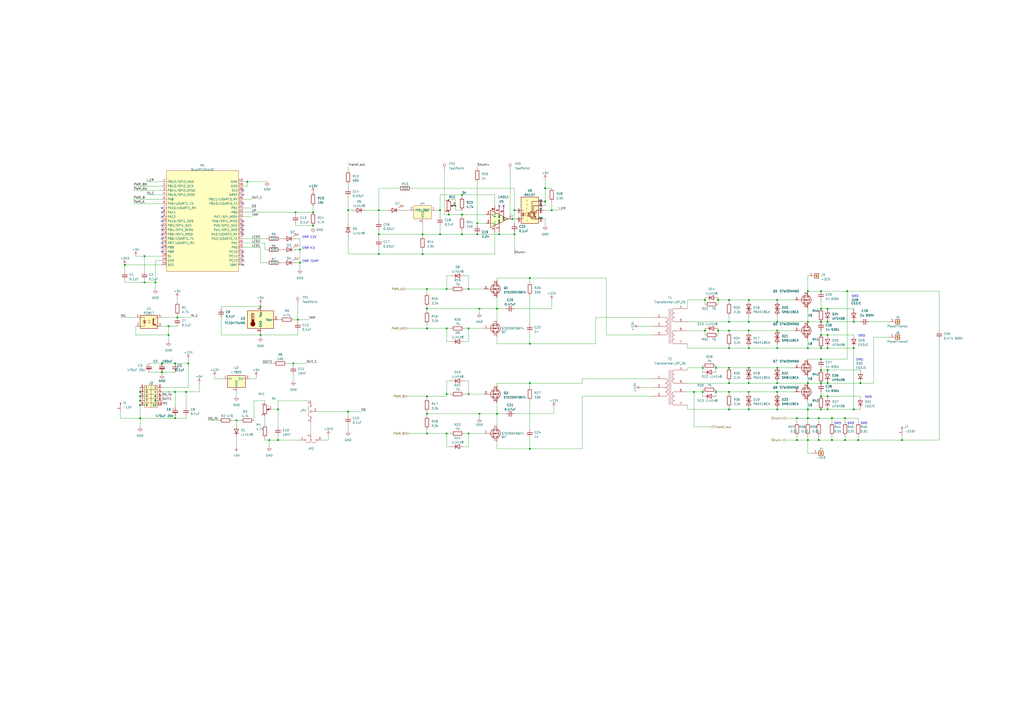
<source format=kicad_sch>
(kicad_sch (version 20230121) (generator eeschema)
  (paper "A2")
  (junction (at 480.06 201.93))
  (junction (at 81.28 242.57))
  (junction (at 81.28 229.87))
  (junction (at 93.98 210.82))
  (junction (at 422.91 222.25))
  (junction (at 434.34 222.25))
  (junction (at 181.61 123.19))
  (junction (at 264.16 119.38))
  (junction (at 476.25 186.69))
  (junction (at 278.13 179.07))
  (junction (at 491.49 168.91))
  (junction (at 247.65 190.5))
  (junction (at 408.94 173.99))
  (junction (at 173.99 152.4))
  (junction (at 247.65 251.46))
  (junction (at 173.99 144.78))
  (junction (at 72.39 153.67))
  (junction (at 137.16 243.84))
  (junction (at 171.45 123.19))
  (junction (at 259.08 251.46))
  (junction (at 320.04 121.92))
  (junction (at 476.25 179.07))
  (junction (at 170.18 210.82))
  (junction (at 476.25 237.49))
  (junction (at 408.94 191.77))
  (junction (at 288.29 240.03))
  (junction (at 267.97 135.89))
  (junction (at 474.98 242.57))
  (junction (at 450.85 201.93))
  (junction (at 271.78 228.6))
  (junction (at 495.3 237.49))
  (junction (at 462.28 255.27))
  (junction (at 497.84 255.27))
  (junction (at 259.08 167.64))
  (junction (at 161.29 255.27))
  (junction (at 434.34 237.49))
  (junction (at 480.06 194.31))
  (junction (at 247.65 229.87))
  (junction (at 468.63 186.69))
  (junction (at 247.65 179.07))
  (junction (at 422.91 213.36))
  (junction (at 219.71 147.32))
  (junction (at 97.79 194.31))
  (junction (at 307.34 222.25))
  (junction (at 422.91 191.77))
  (junction (at 434.34 186.69))
  (junction (at 316.23 116.84))
  (junction (at 480.06 179.07))
  (junction (at 474.98 255.27))
  (junction (at 151.13 177.8))
  (junction (at 90.17 163.83))
  (junction (at 476.25 208.28))
  (junction (at 259.08 228.6))
  (junction (at 181.61 130.81))
  (junction (at 81.28 234.95))
  (junction (at 107.95 227.33))
  (junction (at 402.59 227.33))
  (junction (at 143.51 105.41))
  (junction (at 102.87 184.15))
  (junction (at 297.18 127))
  (junction (at 422.91 227.33))
  (junction (at 97.79 189.23))
  (junction (at 81.28 227.33))
  (junction (at 482.6 255.27))
  (junction (at 407.67 213.36))
  (junction (at 415.29 213.36))
  (junction (at 468.63 242.57))
  (junction (at 450.85 173.99))
  (junction (at 476.25 168.91))
  (junction (at 288.29 179.07))
  (junction (at 415.29 227.33))
  (junction (at 245.11 147.32))
  (junction (at 468.63 255.27))
  (junction (at 109.22 210.82))
  (junction (at 267.97 124.46))
  (junction (at 422.91 237.49))
  (junction (at 307.34 199.39))
  (junction (at 245.11 135.89))
  (junction (at 101.6 242.57))
  (junction (at 219.71 121.92))
  (junction (at 495.3 186.69))
  (junction (at 450.85 237.49))
  (junction (at 255.27 135.89))
  (junction (at 476.25 229.87))
  (junction (at 271.78 251.46))
  (junction (at 480.06 229.87))
  (junction (at 480.06 222.25))
  (junction (at 450.85 213.36))
  (junction (at 247.65 167.64))
  (junction (at 462.28 242.57))
  (junction (at 495.3 201.93))
  (junction (at 81.28 232.41))
  (junction (at 156.21 255.27))
  (junction (at 416.56 191.77))
  (junction (at 289.56 135.89))
  (junction (at 276.86 129.54))
  (junction (at 434.34 191.77))
  (junction (at 422.91 173.99))
  (junction (at 83.82 163.83))
  (junction (at 101.6 210.82))
  (junction (at 271.78 190.5))
  (junction (at 468.63 237.49))
  (junction (at 201.93 121.92))
  (junction (at 434.34 201.93))
  (junction (at 278.13 240.03))
  (junction (at 450.85 222.25))
  (junction (at 422.91 186.69))
  (junction (at 255.27 121.92))
  (junction (at 407.67 227.33))
  (junction (at 307.34 161.29))
  (junction (at 480.06 237.49))
  (junction (at 151.13 194.31))
  (junction (at 422.91 201.93))
  (junction (at 450.85 186.69))
  (junction (at 298.45 135.89))
  (junction (at 476.25 222.25))
  (junction (at 259.08 190.5))
  (junction (at 101.6 227.33))
  (junction (at 271.78 167.64))
  (junction (at 490.22 242.57))
  (junction (at 83.82 148.59))
  (junction (at 499.11 222.25))
  (junction (at 298.45 121.92))
  (junction (at 476.25 214.63))
  (junction (at 480.06 214.63))
  (junction (at 476.25 194.31))
  (junction (at 450.85 191.77))
  (junction (at 476.25 201.93))
  (junction (at 93.98 215.9))
  (junction (at 260.35 124.46))
  (junction (at 172.72 185.42))
  (junction (at 482.6 242.57))
  (junction (at 468.63 201.93))
  (junction (at 523.24 255.27))
  (junction (at 468.63 168.91))
  (junction (at 219.71 135.89))
  (junction (at 161.29 237.49))
  (junction (at 307.34 260.35))
  (junction (at 416.56 173.99))
  (junction (at 267.97 113.03))
  (junction (at 490.22 255.27))
  (junction (at 316.23 109.22))
  (junction (at 201.93 238.76))
  (junction (at 247.65 240.03))
  (junction (at 480.06 186.69))
  (junction (at 468.63 222.25))
  (junction (at 276.86 135.89))
  (junction (at 434.34 227.33))
  (junction (at 434.34 173.99))
  (junction (at 434.34 213.36))
  (junction (at 450.85 227.33))
  (no_connect (at 93.98 135.89))
  (no_connect (at 93.98 146.05))
  (no_connect (at 93.98 120.65))
  (no_connect (at 140.97 146.05))
  (no_connect (at 140.97 133.35))
  (no_connect (at 93.98 128.27))
  (no_connect (at 93.98 130.81))
  (no_connect (at 140.97 135.89))
  (no_connect (at 140.97 113.03))
  (no_connect (at 140.97 148.59))
  (no_connect (at 140.97 130.81))
  (no_connect (at 93.98 125.73))
  (no_connect (at 93.98 140.97))
  (no_connect (at 140.97 151.13))
  (no_connect (at 93.98 138.43))
  (no_connect (at 140.97 128.27))
  (no_connect (at 140.97 118.11))
  (no_connect (at 140.97 153.67))
  (no_connect (at 93.98 133.35))
  (no_connect (at 292.1 119.38))
  (no_connect (at 289.56 119.38))
  (no_connect (at 93.98 143.51))
  (no_connect (at 93.98 123.19))
  (no_connect (at 140.97 110.49))
  (wire (pts (xy 101.6 227.33) (xy 101.6 236.22)))
  (wire (pts (xy 201.93 238.76) (xy 184.15 238.76)))
  (wire (pts (xy 161.29 237.49) (xy 161.29 247.65)))
  (wire (pts (xy 201.93 137.16) (xy 201.93 147.32)))
  (wire (pts (xy 267.97 135.89) (xy 276.86 135.89)))
  (wire (pts (xy 140.97 143.51) (xy 151.13 143.51)))
  (wire (pts (xy 289.56 135.89) (xy 289.56 134.62)))
  (wire (pts (xy 462.28 252.73) (xy 462.28 255.27)))
  (wire (pts (xy 434.34 173.99) (xy 434.34 175.26)))
  (wire (pts (xy 78.74 148.59) (xy 83.82 148.59)))
  (wire (pts (xy 288.29 256.54) (xy 288.29 260.35)))
  (wire (pts (xy 422.91 173.99) (xy 422.91 175.26)))
  (wire (pts (xy 245.11 135.89) (xy 245.11 129.54)))
  (wire (pts (xy 295.91 99.06) (xy 295.91 124.46)))
  (wire (pts (xy 476.25 237.49) (xy 468.63 237.49)))
  (wire (pts (xy 172.72 194.31) (xy 172.72 191.77)))
  (wire (pts (xy 255.27 113.03) (xy 267.97 113.03)))
  (wire (pts (xy 434.34 173.99) (xy 450.85 173.99)))
  (wire (pts (xy 172.72 186.69) (xy 172.72 185.42)))
  (wire (pts (xy 72.39 163.83) (xy 83.82 163.83)))
  (wire (pts (xy 450.85 236.22) (xy 450.85 237.49)))
  (wire (pts (xy 416.56 190.5) (xy 416.56 191.77)))
  (wire (pts (xy 171.45 144.78) (xy 173.99 144.78)))
  (wire (pts (xy 72.39 153.67) (xy 72.39 157.48)))
  (wire (pts (xy 476.25 173.99) (xy 476.25 179.07)))
  (wire (pts (xy 288.29 240.03) (xy 288.29 246.38)))
  (wire (pts (xy 450.85 186.69) (xy 468.63 186.69)))
  (wire (pts (xy 171.45 152.4) (xy 173.99 152.4)))
  (wire (pts (xy 422.91 182.88) (xy 422.91 186.69)))
  (wire (pts (xy 102.87 172.72) (xy 102.87 175.26)))
  (wire (pts (xy 77.47 115.57) (xy 93.98 115.57)))
  (wire (pts (xy 134.62 243.84) (xy 137.16 243.84)))
  (wire (pts (xy 468.63 208.28) (xy 476.25 208.28)))
  (wire (pts (xy 276.86 129.54) (xy 276.86 130.81)))
  (wire (pts (xy 140.97 138.43) (xy 154.94 138.43)))
  (wire (pts (xy 267.97 135.89) (xy 267.97 133.35)))
  (wire (pts (xy 140.97 123.19) (xy 171.45 123.19)))
  (wire (pts (xy 474.98 242.57) (xy 474.98 245.11)))
  (wire (pts (xy 259.08 228.6) (xy 261.62 228.6)))
  (wire (pts (xy 398.78 222.25) (xy 422.91 222.25)))
  (wire (pts (xy 97.79 194.31) (xy 97.79 198.12)))
  (wire (pts (xy 320.04 121.92) (xy 320.04 116.84)))
  (wire (pts (xy 128.27 184.15) (xy 128.27 194.31)))
  (wire (pts (xy 245.11 147.32) (xy 219.71 147.32)))
  (wire (pts (xy 201.93 114.3) (xy 201.93 121.92)))
  (wire (pts (xy 450.85 222.25) (xy 468.63 222.25)))
  (wire (pts (xy 307.34 193.04) (xy 307.34 199.39)))
  (wire (pts (xy 101.6 227.33) (xy 107.95 227.33)))
  (wire (pts (xy 497.84 242.57) (xy 497.84 245.11)))
  (wire (pts (xy 128.27 177.8) (xy 151.13 177.8)))
  (wire (pts (xy 288.29 162.56) (xy 288.29 161.29)))
  (wire (pts (xy 287.02 113.03) (xy 287.02 119.38)))
  (wire (pts (xy 462.28 242.57) (xy 468.63 242.57)))
  (wire (pts (xy 298.45 179.07) (xy 320.04 179.07)))
  (wire (pts (xy 434.34 227.33) (xy 450.85 227.33)))
  (wire (pts (xy 219.71 121.92) (xy 219.71 128.27)))
  (wire (pts (xy 544.83 168.91) (xy 544.83 191.77)))
  (wire (pts (xy 77.47 110.49) (xy 93.98 110.49)))
  (wire (pts (xy 219.71 121.92) (xy 219.71 109.22)))
  (wire (pts (xy 259.08 220.98) (xy 259.08 228.6)))
  (wire (pts (xy 316.23 109.22) (xy 316.23 116.84)))
  (wire (pts (xy 93.98 151.13) (xy 90.17 151.13)))
  (wire (pts (xy 170.18 210.82) (xy 177.8 210.82)))
  (wire (pts (xy 415.29 213.36) (xy 415.29 215.9)))
  (wire (pts (xy 288.29 223.52) (xy 288.29 222.25)))
  (wire (pts (xy 78.74 194.31) (xy 97.79 194.31)))
  (wire (pts (xy 245.11 135.89) (xy 245.11 137.16)))
  (wire (pts (xy 398.78 213.36) (xy 398.78 214.63)))
  (wire (pts (xy 171.45 138.43) (xy 173.99 138.43)))
  (wire (pts (xy 173.99 138.43) (xy 173.99 144.78)))
  (wire (pts (xy 468.63 218.44) (xy 468.63 222.25)))
  (wire (pts (xy 422.91 237.49) (xy 434.34 237.49)))
  (wire (pts (xy 209.55 238.76) (xy 201.93 238.76)))
  (wire (pts (xy 247.65 229.87) (xy 259.08 229.87)))
  (wire (pts (xy 255.27 130.81) (xy 255.27 135.89)))
  (wire (pts (xy 434.34 186.69) (xy 450.85 186.69)))
  (wire (pts (xy 434.34 227.33) (xy 434.34 228.6)))
  (wire (pts (xy 398.78 173.99) (xy 408.94 173.99)))
  (wire (pts (xy 257.81 99.06) (xy 257.81 124.46)))
  (wire (pts (xy 247.65 229.87) (xy 247.65 231.14)))
  (wire (pts (xy 259.08 259.08) (xy 259.08 251.46)))
  (wire (pts (xy 83.82 148.59) (xy 93.98 148.59)))
  (wire (pts (xy 314.96 119.38) (xy 316.23 119.38)))
  (wire (pts (xy 476.25 222.25) (xy 480.06 222.25)))
  (wire (pts (xy 468.63 242.57) (xy 468.63 245.11)))
  (wire (pts (xy 255.27 135.89) (xy 267.97 135.89)))
  (wire (pts (xy 81.28 224.79) (xy 81.28 227.33)))
  (wire (pts (xy 295.91 124.46) (xy 297.18 124.46)))
  (wire (pts (xy 407.67 213.36) (xy 407.67 215.9)))
  (wire (pts (xy 271.78 190.5) (xy 280.67 190.5)))
  (wire (pts (xy 146.05 125.73) (xy 140.97 125.73)))
  (wire (pts (xy 307.34 199.39) (xy 345.44 199.39)))
  (wire (pts (xy 247.65 177.8) (xy 247.65 179.07)))
  (wire (pts (xy 245.11 144.78) (xy 245.11 147.32)))
  (wire (pts (xy 93.98 215.9) (xy 93.98 217.17)))
  (wire (pts (xy 415.29 227.33) (xy 422.91 227.33)))
  (wire (pts (xy 102.87 182.88) (xy 102.87 184.15)))
  (wire (pts (xy 416.56 173.99) (xy 422.91 173.99)))
  (wire (pts (xy 468.63 160.02) (xy 468.63 168.91)))
  (wire (pts (xy 180.34 245.11) (xy 180.34 251.46)))
  (wire (pts (xy 398.78 227.33) (xy 402.59 227.33)))
  (wire (pts (xy 490.22 255.27) (xy 497.84 255.27)))
  (wire (pts (xy 245.11 135.89) (xy 255.27 135.89)))
  (wire (pts (xy 232.41 121.92) (xy 237.49 121.92)))
  (wire (pts (xy 201.93 147.32) (xy 219.71 147.32)))
  (wire (pts (xy 267.97 124.46) (xy 281.94 124.46)))
  (wire (pts (xy 434.34 201.93) (xy 450.85 201.93)))
  (wire (pts (xy 455.93 255.27) (xy 462.28 255.27)))
  (wire (pts (xy 247.65 190.5) (xy 259.08 190.5)))
  (wire (pts (xy 337.82 260.35) (xy 337.82 229.87)))
  (wire (pts (xy 173.99 152.4) (xy 173.99 156.21)))
  (wire (pts (xy 422.91 222.25) (xy 434.34 222.25)))
  (wire (pts (xy 69.85 184.15) (xy 78.74 184.15)))
  (wire (pts (xy 468.63 237.49) (xy 468.63 232.41)))
  (wire (pts (xy 476.25 227.33) (xy 476.25 229.87)))
  (wire (pts (xy 161.29 255.27) (xy 156.21 255.27)))
  (wire (pts (xy 247.65 179.07) (xy 247.65 180.34)))
  (wire (pts (xy 422.91 227.33) (xy 422.91 228.6)))
  (wire (pts (xy 402.59 227.33) (xy 402.59 247.65)))
  (wire (pts (xy 316.23 127) (xy 314.96 127)))
  (wire (pts (xy 434.34 182.88) (xy 434.34 186.69)))
  (wire (pts (xy 181.61 132.08) (xy 181.61 130.81)))
  (wire (pts (xy 172.72 185.42) (xy 179.07 185.42)))
  (wire (pts (xy 86.36 215.9) (xy 93.98 215.9)))
  (wire (pts (xy 398.78 179.07) (xy 398.78 173.99)))
  (wire (pts (xy 408.94 190.5) (xy 408.94 191.77)))
  (wire (pts (xy 81.28 227.33) (xy 81.28 229.87)))
  (wire (pts (xy 148.59 219.71) (xy 148.59 218.44)))
  (wire (pts (xy 151.13 195.58) (xy 151.13 194.31)))
  (wire (pts (xy 236.22 229.87) (xy 247.65 229.87)))
  (wire (pts (xy 201.93 246.38) (xy 201.93 250.19)))
  (wire (pts (xy 495.3 201.93) (xy 495.3 237.49)))
  (wire (pts (xy 137.16 227.33) (xy 137.16 229.87)))
  (wire (pts (xy 247.65 179.07) (xy 278.13 179.07)))
  (wire (pts (xy 201.93 96.52) (xy 201.93 99.06)))
  (wire (pts (xy 415.29 213.36) (xy 422.91 213.36)))
  (wire (pts (xy 495.3 237.49) (xy 499.11 237.49)))
  (wire (pts (xy 298.45 135.89) (xy 298.45 147.32)))
  (wire (pts (xy 151.13 194.31) (xy 151.13 193.04)))
  (wire (pts (xy 146.05 120.65) (xy 140.97 120.65)))
  (wire (pts (xy 288.29 222.25) (xy 307.34 222.25)))
  (wire (pts (xy 320.04 109.22) (xy 316.23 109.22)))
  (wire (pts (xy 269.24 251.46) (xy 271.78 251.46)))
  (wire (pts (xy 128.27 194.31) (xy 151.13 194.31)))
  (wire (pts (xy 153.67 241.3) (xy 153.67 246.38)))
  (wire (pts (xy 201.93 121.92) (xy 204.47 121.92)))
  (wire (pts (xy 287.02 147.32) (xy 287.02 134.62)))
  (wire (pts (xy 490.22 242.57) (xy 490.22 245.11)))
  (wire (pts (xy 264.16 115.57) (xy 264.16 119.38)))
  (wire (pts (xy 422.91 236.22) (xy 422.91 237.49)))
  (wire (pts (xy 271.78 167.64) (xy 280.67 167.64)))
  (wire (pts (xy 288.29 240.03) (xy 293.37 240.03)))
  (wire (pts (xy 476.25 229.87) (xy 480.06 229.87)))
  (wire (pts (xy 140.97 107.95) (xy 143.51 107.95)))
  (wire (pts (xy 247.65 167.64) (xy 259.08 167.64)))
  (wire (pts (xy 156.21 259.08) (xy 156.21 255.27)))
  (wire (pts (xy 316.23 116.84) (xy 314.96 116.84)))
  (wire (pts (xy 264.16 121.92) (xy 264.16 119.38)))
  (wire (pts (xy 288.29 179.07) (xy 288.29 185.42)))
  (wire (pts (xy 170.18 212.09) (xy 170.18 210.82)))
  (wire (pts (xy 201.93 121.92) (xy 201.93 129.54)))
  (wire (pts (xy 267.97 121.92) (xy 264.16 121.92)))
  (wire (pts (xy 278.13 240.03) (xy 278.13 242.57)))
  (wire (pts (xy 137.16 243.84) (xy 139.7 243.84)))
  (wire (pts (xy 490.22 242.57) (xy 497.84 242.57)))
  (wire (pts (xy 476.25 201.93) (xy 480.06 201.93)))
  (wire (pts (xy 434.34 222.25) (xy 450.85 222.25)))
  (wire (pts (xy 523.24 255.27) (xy 544.83 255.27)))
  (wire (pts (xy 162.56 152.4) (xy 163.83 152.4)))
  (wire (pts (xy 261.62 259.08) (xy 259.08 259.08)))
  (wire (pts (xy 276.86 105.41) (xy 276.86 129.54)))
  (wire (pts (xy 124.46 218.44) (xy 124.46 219.71)))
  (wire (pts (xy 271.78 198.12) (xy 271.78 190.5)))
  (wire (pts (xy 173.99 144.78) (xy 173.99 152.4)))
  (wire (pts (xy 495.3 237.49) (xy 480.06 237.49)))
  (wire (pts (xy 402.59 227.33) (xy 407.67 227.33)))
  (wire (pts (xy 314.96 121.92) (xy 320.04 121.92)))
  (wire (pts (xy 407.67 212.09) (xy 407.67 213.36)))
  (wire (pts (xy 172.72 185.42) (xy 170.18 185.42)))
  (wire (pts (xy 278.13 179.07) (xy 278.13 181.61)))
  (wire (pts (xy 499.11 222.25) (xy 506.73 222.25)))
  (wire (pts (xy 90.17 151.13) (xy 90.17 163.83)))
  (wire (pts (xy 161.29 255.27) (xy 173.99 255.27)))
  (wire (pts (xy 321.31 240.03) (xy 321.31 236.22)))
  (wire (pts (xy 259.08 229.87) (xy 259.08 228.6)))
  (wire (pts (xy 252.73 121.92) (xy 255.27 121.92)))
  (wire (pts (xy 345.44 199.39) (xy 345.44 184.15)))
  (wire (pts (xy 398.78 237.49) (xy 422.91 237.49)))
  (wire (pts (xy 85.09 105.41) (xy 93.98 105.41)))
  (wire (pts (xy 476.25 179.07) (xy 480.06 179.07)))
  (wire (pts (xy 81.28 242.57) (xy 101.6 242.57)))
  (wire (pts (xy 271.78 251.46) (xy 280.67 251.46)))
  (wire (pts (xy 450.85 227.33) (xy 450.85 228.6)))
  (wire (pts (xy 506.73 222.25) (xy 506.73 195.58)))
  (wire (pts (xy 434.34 237.49) (xy 450.85 237.49)))
  (wire (pts (xy 468.63 237.49) (xy 468.63 242.57)))
  (wire (pts (xy 128.27 179.07) (xy 128.27 177.8)))
  (wire (pts (xy 190.5 252.73) (xy 190.5 255.27)))
  (wire (pts (xy 83.82 163.83) (xy 90.17 163.83)))
  (wire (pts (xy 260.35 124.46) (xy 267.97 124.46)))
  (wire (pts (xy 491.49 168.91) (xy 544.83 168.91)))
  (wire (pts (xy 247.65 167.64) (xy 247.65 170.18)))
  (wire (pts (xy 337.82 219.71) (xy 378.46 219.71)))
  (wire (pts (xy 476.25 208.28) (xy 491.49 208.28)))
  (wire (pts (xy 490.22 252.73) (xy 490.22 255.27)))
  (wire (pts (xy 86.36 210.82) (xy 93.98 210.82)))
  (wire (pts (xy 298.45 135.89) (xy 298.45 134.62)))
  (wire (pts (xy 476.25 191.77) (xy 476.25 194.31)))
  (wire (pts (xy 307.34 260.35) (xy 337.82 260.35)))
  (wire (pts (xy 504.19 186.69) (xy 515.62 186.69)))
  (wire (pts (xy 398.78 201.93) (xy 422.91 201.93)))
  (wire (pts (xy 415.29 227.33) (xy 415.29 229.87)))
  (wire (pts (xy 259.08 160.02) (xy 259.08 167.64)))
  (wire (pts (xy 181.61 119.38) (xy 181.61 123.19)))
  (wire (pts (xy 416.56 191.77) (xy 422.91 191.77)))
  (wire (pts (xy 259.08 251.46) (xy 261.62 251.46)))
  (wire (pts (xy 115.57 227.33) (xy 115.57 222.25)))
  (wire (pts (xy 83.82 162.56) (xy 83.82 163.83)))
  (wire (pts (xy 171.45 123.19) (xy 171.45 124.46)))
  (wire (pts (xy 370.84 189.23) (xy 378.46 189.23)))
  (wire (pts (xy 101.6 242.57) (xy 107.95 242.57)))
  (wire (pts (xy 247.65 240.03) (xy 278.13 240.03)))
  (wire (pts (xy 107.95 242.57) (xy 107.95 241.3)))
  (wire (pts (xy 257.81 124.46) (xy 260.35 124.46)))
  (wire (pts (xy 124.46 219.71) (xy 129.54 219.71)))
  (wire (pts (xy 201.93 238.76) (xy 201.93 241.3)))
  (wire (pts (xy 450.85 213.36) (xy 461.01 213.36)))
  (wire (pts (xy 247.65 251.46) (xy 259.08 251.46)))
  (wire (pts (xy 161.29 232.41) (xy 161.29 237.49)))
  (wire (pts (xy 247.65 187.96) (xy 247.65 190.5)))
  (wire (pts (xy 288.29 179.07) (xy 293.37 179.07)))
  (wire (pts (xy 468.63 252.73) (xy 468.63 255.27)))
  (wire (pts (xy 276.86 96.52) (xy 276.86 97.79)))
  (wire (pts (xy 416.56 191.77) (xy 416.56 194.31)))
  (wire (pts (xy 495.3 186.69) (xy 499.11 186.69)))
  (wire (pts (xy 316.23 130.81) (xy 316.23 127)))
  (wire (pts (xy 474.98 242.57) (xy 482.6 242.57)))
  (wire (pts (xy 97.79 189.23) (xy 102.87 189.23)))
  (wire (pts (xy 434.34 220.98) (xy 434.34 222.25)))
  (wire (pts (xy 93.98 210.82) (xy 101.6 210.82)))
  (wire (pts (xy 255.27 121.92) (xy 255.27 113.03)))
  (wire (pts (xy 143.51 105.41) (xy 154.94 105.41)))
  (wire (pts (xy 408.94 172.72) (xy 408.94 173.99)))
  (wire (pts (xy 153.67 144.78) (xy 154.94 144.78)))
  (wire (pts (xy 320.04 179.07) (xy 320.04 173.99)))
  (wire (pts (xy 480.06 237.49) (xy 476.25 237.49)))
  (wire (pts (xy 476.25 168.91) (xy 491.49 168.91)))
  (wire (pts (xy 269.24 228.6) (xy 271.78 228.6)))
  (wire (pts (xy 271.78 160.02) (xy 271.78 167.64)))
  (wire (pts (xy 476.25 214.63) (xy 480.06 214.63)))
  (wire (pts (xy 408.94 173.99) (xy 408.94 176.53)))
  (wire (pts (xy 271.78 259.08) (xy 271.78 251.46)))
  (wire (pts (xy 90.17 163.83) (xy 90.17 167.64)))
  (wire (pts (xy 261.62 220.98) (xy 259.08 220.98)))
  (wire (pts (xy 434.34 191.77) (xy 434.34 193.04)))
  (wire (pts (xy 482.6 252.73) (xy 482.6 255.27)))
  (wire (pts (xy 351.79 161.29) (xy 351.79 194.31)))
  (wire (pts (xy 415.29 226.06) (xy 415.29 227.33)))
  (wire (pts (xy 140.97 105.41) (xy 143.51 105.41)))
  (wire (pts (xy 497.84 255.27) (xy 523.24 255.27)))
  (wire (pts (xy 298.45 109.22) (xy 298.45 121.92)))
  (wire (pts (xy 137.16 254) (xy 137.16 259.08)))
  (wire (pts (xy 81.28 242.57) (xy 81.28 247.65)))
  (wire (pts (xy 271.78 220.98) (xy 271.78 228.6)))
  (wire (pts (xy 307.34 254) (xy 307.34 260.35)))
  (wire (pts (xy 267.97 124.46) (xy 267.97 125.73)))
  (wire (pts (xy 153.67 232.41) (xy 153.67 233.68)))
  (wire (pts (xy 544.83 255.27) (xy 544.83 196.85)))
  (wire (pts (xy 171.45 123.19) (xy 181.61 123.19)))
  (wire (pts (xy 190.5 255.27) (xy 186.69 255.27)))
  (wire (pts (xy 161.29 252.73) (xy 161.29 255.27)))
  (wire (pts (xy 147.32 232.41) (xy 153.67 232.41)))
  (wire (pts (xy 289.56 135.89) (xy 298.45 135.89)))
  (wire (pts (xy 297.18 127) (xy 299.72 127)))
  (wire (pts (xy 345.44 184.15) (xy 378.46 184.15)))
  (wire (pts (xy 180.34 232.41) (xy 161.29 232.41)))
  (wire (pts (xy 219.71 147.32) (xy 219.71 143.51)))
  (wire (pts (xy 320.04 121.92) (xy 323.85 121.92)))
  (wire (pts (xy 491.49 208.28) (xy 491.49 168.91)))
  (wire (pts (xy 476.25 186.69) (xy 480.06 186.69)))
  (wire (pts (xy 151.13 143.51) (xy 151.13 152.4)))
  (wire (pts (xy 162.56 138.43) (xy 163.83 138.43)))
  (wire (pts (xy 261.62 160.02) (xy 259.08 160.02)))
  (wire (pts (xy 480.06 229.87) (xy 499.11 229.87)))
  (wire (pts (xy 482.6 242.57) (xy 490.22 242.57)))
  (wire (pts (xy 337.82 222.25) (xy 337.82 219.71)))
  (wire (pts (xy 247.65 238.76) (xy 247.65 240.03)))
  (wire (pts (xy 156.21 255.27) (xy 153.67 255.27)))
  (wire (pts (xy 474.98 252.73) (xy 474.98 255.27)))
  (wire (pts (xy 480.06 222.25) (xy 499.11 222.25)))
  (wire (pts (xy 468.63 255.27) (xy 468.63 262.89)))
  (wire (pts (xy 147.32 243.84) (xy 147.32 232.41)))
  (wire (pts (xy 245.11 147.32) (xy 287.02 147.32)))
  (wire (pts (xy 480.06 201.93) (xy 495.3 201.93)))
  (wire (pts (xy 422.91 191.77) (xy 434.34 191.77)))
  (wire (pts (xy 276.86 135.89) (xy 289.56 135.89)))
  (wire (pts (xy 337.82 229.87) (xy 378.46 229.87)))
  (wire (pts (xy 171.45 130.81) (xy 181.61 130.81)))
  (wire (pts (xy 416.56 173.99) (xy 416.56 176.53)))
  (wire (pts (xy 422.91 186.69) (xy 434.34 186.69)))
  (wire (pts (xy 297.18 124.46) (xy 297.18 127)))
  (wire (pts (xy 172.72 176.53) (xy 172.72 185.42)))
  (wire (pts (xy 468.63 201.93) (xy 468.63 196.85)))
  (wire (pts (xy 219.71 109.22) (xy 231.14 109.22)))
  (wire (pts (xy 298.45 240.03) (xy 321.31 240.03)))
  (wire (pts (xy 416.56 172.72) (xy 416.56 173.99)))
  (wire (pts (xy 455.93 242.57) (xy 462.28 242.57)))
  (wire (pts (xy 450.85 220.98) (xy 450.85 222.25)))
  (wire (pts (xy 307.34 161.29) (xy 351.79 161.29)))
  (wire (pts (xy 281.94 129.54) (xy 276.86 129.54)))
  (wire (pts (xy 398.78 234.95) (xy 398.78 237.49)))
  (wire (pts (xy 247.65 240.03) (xy 247.65 241.3)))
  (wire (pts (xy 434.34 236.22) (xy 434.34 237.49)))
  (wire (pts (xy 434.34 191.77) (xy 450.85 191.77)))
  (wire (pts (xy 151.13 176.53) (xy 151.13 177.8)))
  (wire (pts (xy 107.95 227.33) (xy 107.95 236.22)))
  (wire (pts (xy 288.29 195.58) (xy 288.29 199.39)))
  (wire (pts (xy 143.51 107.95) (xy 143.51 105.41)))
  (wire (pts (xy 146.05 115.57) (xy 140.97 115.57)))
  (wire (pts (xy 72.39 162.56) (xy 72.39 163.83)))
  (wire (pts (xy 402.59 247.65) (xy 412.75 247.65)))
  (wire (pts (xy 69.85 242.57) (xy 81.28 242.57)))
  (wire (pts (xy 422.91 213.36) (xy 434.34 213.36)))
  (wire (pts (xy 422.91 201.93) (xy 434.34 201.93)))
  (wire (pts (xy 523.24 252.73) (xy 523.24 255.27)))
  (wire (pts (xy 480.06 179.07) (xy 495.3 179.07)))
  (wire (pts (xy 307.34 161.29) (xy 307.34 163.83)))
  (wire (pts (xy 506.73 195.58) (xy 515.62 195.58)))
  (wire (pts (xy 450.85 237.49) (xy 468.63 237.49)))
  (wire (pts (xy 482.6 255.27) (xy 490.22 255.27)))
  (wire (pts (xy 269.24 167.64) (xy 271.78 167.64)))
  (wire (pts (xy 152.4 210.82) (xy 158.75 210.82)))
  (wire (pts (xy 162.56 144.78) (xy 163.83 144.78)))
  (wire (pts (xy 261.62 198.12) (xy 259.08 198.12)))
  (wire (pts (xy 81.28 234.95) (xy 81.28 242.57)))
  (wire (pts (xy 81.28 232.41) (xy 81.28 234.95)))
  (wire (pts (xy 101.6 242.57) (xy 101.6 241.3)))
  (wire (pts (xy 269.24 160.02) (xy 271.78 160.02)))
  (wire (pts (xy 468.63 262.89) (xy 471.17 262.89)))
  (wire (pts (xy 153.67 255.27) (xy 153.67 254)))
  (wire (pts (xy 85.09 113.03) (xy 93.98 113.03)))
  (wire (pts (xy 450.85 173.99) (xy 461.01 173.99)))
  (wire (pts (xy 298.45 121.92) (xy 298.45 129.54)))
  (wire (pts (xy 219.71 133.35) (xy 219.71 135.89)))
  (wire (pts (xy 238.76 109.22) (xy 298.45 109.22)))
  (wire (pts (xy 450.85 173.99) (xy 450.85 175.26)))
  (wire (pts (xy 476.25 194.31) (xy 480.06 194.31)))
  (wire (pts (xy 267.97 113.03) (xy 287.02 113.03)))
  (wire (pts (xy 398.78 191.77) (xy 408.94 191.77)))
  (wire (pts (xy 72.39 153.67) (xy 93.98 153.67)))
  (wire (pts (xy 316.23 119.38) (xy 316.23 116.84)))
  (wire (pts (xy 237.49 251.46) (xy 247.65 251.46)))
  (wire (pts (xy 474.98 255.27) (xy 482.6 255.27)))
  (wire (pts (xy 93.98 184.15) (xy 102.87 184.15)))
  (wire (pts (xy 153.67 140.97) (xy 153.67 144.78)))
  (wire (pts (xy 398.78 199.39) (xy 398.78 201.93)))
  (wire (pts (xy 497.84 252.73) (xy 497.84 255.27)))
  (wire (pts (xy 307.34 232.41) (xy 307.34 248.92)))
  (wire (pts (xy 269.24 259.08) (xy 271.78 259.08)))
  (wire (pts (xy 468.63 186.69) (xy 476.25 186.69)))
  (wire (pts (xy 422.91 220.98) (xy 422.91 222.25)))
  (wire (pts (xy 269.24 220.98) (xy 271.78 220.98)))
  (wire (pts (xy 398.78 186.69) (xy 422.91 186.69)))
  (wire (pts (xy 415.29 212.09) (xy 415.29 213.36)))
  (wire (pts (xy 259.08 190.5) (xy 261.62 190.5)))
  (wire (pts (xy 408.94 191.77) (xy 408.94 194.31)))
  (wire (pts (xy 298.45 121.92) (xy 299.72 121.92)))
  (wire (pts (xy 398.78 213.36) (xy 407.67 213.36)))
  (wire (pts (xy 468.63 179.07) (xy 468.63 186.69)))
  (wire (pts (xy 102.87 184.15) (xy 110.49 184.15)))
  (wire (pts (xy 269.24 190.5) (xy 271.78 190.5)))
  (wire (pts (xy 269.24 198.12) (xy 271.78 198.12)))
  (wire (pts (xy 247.65 251.46) (xy 247.65 248.92)))
  (wire (pts (xy 316.23 104.14) (xy 316.23 109.22)))
  (wire (pts (xy 140.97 140.97) (xy 153.67 140.97)))
  (wire (pts (xy 236.22 190.5) (xy 247.65 190.5)))
  (wire (pts (xy 450.85 191.77) (xy 461.01 191.77)))
  (wire (pts (xy 468.63 242.57) (xy 474.98 242.57)))
  (wire (pts (xy 450.85 227.33) (xy 461.01 227.33)))
  (wire (pts (xy 255.27 121.92) (xy 255.27 125.73)))
  (wire (pts (xy 278.13 179.07) (xy 288.29 179.07)))
  (wire (pts (xy 93.98 224.79) (xy 109.22 224.79)))
  (wire (pts (xy 480.06 186.69) (xy 495.3 186.69)))
  (wire (pts (xy 157.48 237.49) (xy 161.29 237.49)))
  (wire (pts (xy 482.6 242.57) (xy 482.6 245.11)))
  (wire (pts (xy 278.13 240.03) (xy 288.29 240.03)))
  (wire (pts (xy 219.71 121.92) (xy 224.79 121.92)))
  (wire (pts (xy 288.29 161.29) (xy 307.34 161.29)))
  (wire (pts (xy 109.22 224.79) (xy 109.22 210.82)))
  (wire (pts (xy 101.6 210.82) (xy 109.22 210.82)))
  (wire (pts (xy 288.29 179.07) (xy 288.29 172.72)))
  (wire (pts (xy 69.85 238.76) (xy 69.85 242.57)))
  (wire (pts (xy 476.25 213.36) (xy 476.25 214.63)))
  (wire (pts (xy 372.11 224.79) (xy 378.46 224.79)))
  (wire (pts (xy 219.71 135.89) (xy 219.71 138.43)))
  (wire (pts (xy 137.16 243.84) (xy 137.16 246.38)))
  (wire (pts (xy 422.91 200.66) (xy 422.91 201.93)))
  (wire (pts (xy 219.71 135.89) (xy 245.11 135.89)))
  (wire (pts (xy 107.95 227.33) (xy 115.57 227.33)))
  (wire (pts (xy 161.29 185.42) (xy 162.56 185.42)))
  (wire (pts (xy 260.35 115.57) (xy 264.16 115.57)))
  (wire (pts (xy 462.28 255.27) (xy 468.63 255.27)))
  (wire (pts (xy 462.28 242.57) (xy 462.28 245.11)))
  (wire (pts (xy 97.79 189.23) (xy 97.79 194.31)))
  (wire (pts (xy 259.08 167.64) (xy 261.62 167.64)))
  (wire (pts (xy 260.35 123.19) (xy 260.35 124.46)))
  (wire (pts (xy 93.98 227.33) (xy 101.6 227.33)))
  (wire (pts (xy 480.06 194.31) (xy 495.3 194.31)))
  (wire (pts (xy 212.09 121.92) (xy 219.71 121.92)))
  (wire (pts (xy 422.91 173.99) (xy 434.34 173.99)))
  (wire (pts (xy 450.85 201.93) (xy 468.63 201.93)))
  (wire (pts (xy 120.65 243.84) (xy 127 243.84)))
  (wire (pts (xy 434.34 213.36) (xy 450.85 213.36)))
  (wire (pts (xy 288.29 240.03) (xy 288.29 233.68)))
  (wire (pts (xy 288.29 260.35) (xy 307.34 260.35)))
  (wire (pts (xy 171.45 129.54) (xy 171.45 130.81)))
  (wire (pts (xy 468.63 222.25) (xy 476.25 222.25)))
  (wire (pts (xy 450.85 199.39) (xy 450.85 201.93)))
  (wire (pts (xy 81.28 229.87) (xy 81.28 232.41)))
  (wire (pts (xy 77.47 107.95) (xy 93.98 107.95)))
  (wire (pts (xy 151.13 152.4) (xy 154.94 152.4)))
  (wire (pts (xy 93.98 189.23) (xy 97.79 189.23)))
  (wire (pts (xy 267.97 114.3) (xy 267.97 113.03)))
  (wire (pts (xy 234.95 167.64) (xy 247.65 167.64)))
  (wire (pts (xy 307.34 222.25) (xy 337.82 222.25)))
  (wire (pts (xy 351.79 194.31) (xy 378.46 194.31)))
  (wire (pts (xy 259.08 198.12) (xy 259.08 190.5)))
  (wire (pts (xy 151.13 194.31) (xy 172.72 194.31)))
  (wire (pts (xy 434.34 200.66) (xy 434.34 201.93)))
  (wire (pts (xy 78.74 189.23) (xy 78.74 194.31)))
  (wire (pts (xy 422.91 227.33) (xy 434.34 227.33)))
  (wire (pts (xy 170.18 210.82) (xy 166.37 210.82)))
  (wire (pts (xy 468.63 255.27) (xy 474.98 255.27)))
  (wire (pts (xy 288.29 199.39) (xy 307.34 199.39)))
  (wire (pts (xy 422.91 191.77) (xy 422.91 193.04)))
  (wire (pts (xy 407.67 227.33) (xy 407.67 229.87)))
  (wire (pts (xy 201.93 106.68) (xy 201.93 109.22)))
  (wire (pts (xy 77.47 118.11) (xy 93.98 118.11)))
  (wire (pts (xy 109.22 210.82) (xy 109.22 208.28)))
  (wire (pts (xy 83.82 148.59) (xy 83.82 157.48)))
  (wire (pts (xy 144.78 219.71) (xy 148.59 219.71)))
  (wire (pts (xy 468.63 201.93) (xy 476.25 201.93)))
  (wire (pts (xy 480.06 214.63) (xy 499.11 214.63)))
  (wire (pts (xy 93.98 215.9) (xy 101.6 215.9)))
  (wire (pts (xy 450.85 182.88) (xy 450.85 186.69)))
  (wire (pts (xy 468.63 168.91) (xy 476.25 168.91)))
  (wire (pts (xy 307.34 171.45) (xy 307.34 187.96)))
  (wire (pts (xy 407.67 226.06) (xy 407.67 227.33)))
  (wire (pts (xy 271.78 228.6) (xy 280.67 228.6)))
  (wire (pts (xy 170.18 217.17) (xy 170.18 220.98)))
  (wire (pts (xy 307.34 222.25) (xy 307.34 224.79)))
  (text "ERR TEMP" (at 175.26 152.4 0) (effects (font (size 1.27 1.27)) (justify left bottom)))
  (text "SMD" (at 499.11 246.38 0) (effects (font (size 1.27 1.27)) (justify left bottom)))
  (text "ERR КЗ" (at 175.26 144.78 0) (effects (font (size 1.27 1.27)) (justify left bottom)))
  (text "SMD" (at 491.49 246.38 0) (effects (font (size 1.27 1.27)) (justify left bottom)))
  (text "ERR 12V" (at 175.26 138.43 0) (effects (font (size 1.27 1.27)) (justify left bottom)))
  (text "SMD" (at 483.87 246.38 0) (effects (font (size 1.27 1.27)) (justify left bottom)))
  (text "SMD" (at 501.65 231.14 0) (effects (font (size 1.27 1.27)) (justify left bottom)))
  (text "SMD" (at 497.84 195.58 0) (effects (font (size 1.27 1.27)) (justify left bottom)))
  (text "SMD" (at 496.57 209.55 0) (effects (font (size 1.27 1.27)) (justify left bottom)))
  (text "SMD" (at 494.03 172.72 0) (effects (font (size 1.27 1.27)) (justify left bottom)))
  (label "PWM_A" (at 77.47 118.11 0))
  (label "TMP" (at 179.07 185.42 0))
  (label "OS" (at 209.55 238.76 0))
  (label "LED2" (at 146.05 140.97 0))
  (label "IN_1" (at 85.09 113.03 0))
  (label "OS_IN" (at 120.65 243.84 0))
  (label "I_ER" (at 323.85 121.92 0))
  (label "PWM_B" (at 77.47 115.57 0))
  (label "TMP" (at 146.05 125.73 0))
  (label "Shunt+" (at 276.86 96.52 0))
  (label "IN1" (at 69.85 184.15 0))
  (label "Transf_out" (at 201.93 96.52 0))
  (label "PWM_BN" (at 77.47 107.95 0))
  (label "OUT_1" (at 146.05 115.57 0))
  (label "PWM_AN" (at 77.47 110.49 0))
  (label "OS" (at 146.05 120.65 0))
  (label "OUTI1" (at 152.4 210.82 0))
  (label "LED1" (at 146.05 143.51 0))
  (label "LED3" (at 146.05 138.43 0))
  (label "I_ER" (at 85.09 105.41 0))
  (label "OUT_1" (at 177.8 210.82 0))
  (label "IN1" (at 93.98 234.95 0))
  (label "OUTI1" (at 93.98 232.41 0))
  (label "OS_IN" (at 93.98 229.87 0))
  (label "IN_1" (at 110.49 184.15 0))
  (label "UP" (at 146.05 123.19 0))
  (label "Shunt-" (at 298.45 147.32 0))
  (hierarchical_label "Transf_out" (shape input) (at 412.75 247.65 0))
  (hierarchical_label "PWM_A" (shape input) (at 234.95 167.64 180))
  (hierarchical_label "PWM_BN" (shape input) (at 237.49 251.46 180))
  (hierarchical_label "Shunt+" (shape input) (at 455.93 242.57 180))
  (hierarchical_label "Shunt-" (shape input) (at 455.93 255.27 180))
  (hierarchical_label "PWM_AN" (shape input) (at 236.22 190.5 180))
  (hierarchical_label "PWM_B" (shape input) (at 236.22 229.87 180))
  (symbol (lib_id "Device:R") (at 412.75 176.53 270) (unit 1)
    (property "Reference" "R31" (at 408.94 179.07 90))
    (property "Value" "75" (at 414.02 179.07 90))
    (property "Footprint" "Resistor_SMD:R_1206_3216Metric" (effects hide))
    (property "MFR.Part" "1206W4F750JT5E" (effects hide))
    (property "Description" "250mW Thick Film Resistors ±100ppm/℃ ±1% 75Ω 1206 Chip Resistor - Surface Mount ROHS" (effects hide))
    (property "LCSC" "C17987" (effects hide))
    (property "Mounting" "Yes" (effects hide))
  )
  (symbol (lib_id "Device:C_Small") (at 72.39 160.02 0) (unit 1)
    (property "Reference" "C1" (at 74.93 159.3913 0) (effects (justify left)))
    (property "Value" "0,1uF" (at 74.93 161.9313 0) (effects (justify left)))
    (property "Footprint" "Capacitor_SMD:C_1206_3216Metric" (effects hide))
    (property "MFR.Part" "CC1206KRX7R9BB104" (effects hide))
    (property "Description" "50V 100nF X7R ±10% 1206 Multilayer Ceramic Capacitors MLCC - SMD/SMT ROHS" (effects hide))
    (property "LCSC" "C82601" (effects hide))
    (property "Mounting" "Yes" (effects hide))
  )
  (symbol (lib_id "Device:R") (at 265.43 190.5 270) (unit 1)
    (property "Reference" "R20" (at 265.43 185.42 90))
    (property "Value" "75" (at 265.43 187.96 90))
    (property "Footprint" "Resistor_SMD:R_1206_3216Metric" (effects hide))
    (property "MFR.Part" "1206W4F750JT5E" (effects hide))
    (property "Description" "250mW Thick Film Resistors ±100ppm/℃ ±1% 75Ω 1206 Chip Resistor - Surface Mount ROHS" (effects hide))
    (property "LCSC" "C17987" (effects hide))
    (property "Mounting" "Yes" (effects hide))
  )
  (symbol (lib_id "Diode:1.5KExxA") (at 480.06 218.44 90) (unit 1)
    (property "Reference" "D26" (at 482.6 217.805 90) (effects (justify right)))
    (property "Value" "UF5408" (at 482.6 220.345 90) (effects (justify right)))
    (property "Footprint" "Diode_THT:D_DO-201AE_P15.24mm_Horizontal" (effects hide))
    (property "Datasheet" "https://www.vishay.com/docs/88301/15ke.pdf" (effects hide))
    (property "MFR.Part" "UF5408" (effects hide))
    (property "Description" "1.7V@3A 75ns Single 3A 1kV DO-201AD Diodes - Fast Recovery Rectifiers ROHS" (effects hide))
    (property "LCSC" "C424502" (effects hide))
    (property "Mounting" "No" (effects hide))
  )
  (symbol (lib_id "Device:C_Small") (at 83.82 160.02 0) (unit 1)
    (property "Reference" "C2" (at 86.36 159.3913 0) (effects (justify left)))
    (property "Value" "0,1uF" (at 86.36 161.9313 0) (effects (justify left)))
    (property "Footprint" "Capacitor_SMD:C_1206_3216Metric" (effects hide))
    (property "MFR.Part" "CC1206KRX7R9BB104" (effects hide))
    (property "Description" "50V 100nF X7R ±10% 1206 Multilayer Ceramic Capacitors MLCC - SMD/SMT ROHS" (effects hide))
    (property "LCSC" "C82601" (effects hide))
    (property "Mounting" "Yes" (effects hide))
  )
  (symbol (lib_id "power:GND") (at 278.13 242.57 0) (unit 1)
    (property "Reference" "#PWR025" (effects hide))
    (property "Value" "GND" (at 278.13 246.38 0))
  )
  (symbol (lib_id "Device:R") (at 102.87 179.07 180) (unit 1)
    (property "Reference" "R1" (at 105.41 178.435 0) (effects (justify right)))
    (property "Value" "4,7k" (at 105.41 180.975 0) (effects (justify right)))
    (property "Footprint" "Resistor_SMD:R_1206_3216Metric" (effects hide))
    (property "MFR.Part" "RC1206JR-074K7L" (effects hide))
    (property "Description" "250mW Thick Film Resistors ±100ppm/℃ ±5% 4.7kΩ 1206 Chip Resistor - Surface Mount ROHS" (effects hide))
    (property "LCSC" "C136458" (effects hide))
    (property "Mounting" "Yes" (effects hide))
  )
  (symbol (lib_id "Device:R") (at 320.04 113.03 180) (unit 1)
    (property "Reference" "R28" (at 322.58 112.395 0) (effects (justify right)))
    (property "Value" "1,5k" (at 322.58 114.935 0) (effects (justify right)))
    (property "Footprint" "Resistor_SMD:R_1206_3216Metric" (effects hide))
    (property "MFR.Part" "RC1206JR-071K5L" (effects hide))
    (property "Description" "250mW Thick Film Resistors ±100ppm/℃ ±5% 1.5kΩ 1206 Chip Resistor - Surface Mount ROHS" (effects hide))
    (property "LCSC" "C137189" (effects hide))
    (property "Mounting" "Yes" (effects hide))
  )
  (symbol (lib_id "Device:R") (at 158.75 152.4 90) (unit 1)
    (property "Reference" "R7" (at 158.75 150.368 90))
    (property "Value" "330" (at 158.75 152.4 90))
    (property "Footprint" "Resistor_SMD:R_1206_3216Metric" (effects hide))
    (property "MFR.Part" "RC1206JR-07330RL" (effects hide))
    (property "Description" "250mW Thick Film Resistors ±100ppm/℃ ±5% 330Ω 1206 Chip Resistor - Surface Mount ROH" (effects hide))
    (property "LCSC" "C137152" (effects hide))
    (property "Mounting" "Yes" (effects hide))
  )
  (symbol (lib_id "Device:R") (at 276.86 101.6 180) (unit 1)
    (property "Reference" "R25" (at 279.4 100.965 0) (effects (justify right)))
    (property "Value" "1k" (at 279.4 103.505 0) (effects (justify right)))
    (property "Footprint" "Resistor_SMD:R_1206_3216Metric" (effects hide))
    (property "MFR.Part" "1206W4F1001T5E" (effects hide))
    (property "Description" "250mW Thick Film Resistors ±1% 1kΩ 1206 Chip Resistor - Surface Mount ROHS" (effects hide))
    (property "LCSC" "C4410" (effects hide))
    (property "Mounting" "Yes" (effects hide))
  )
  (symbol (lib_id "power:+3V3") (at 190.5 252.73 0) (unit 1)
    (property "Reference" "#PWR022" (effects hide))
    (property "Value" "+3V3" (at 190.5 248.92 0))
  )
  (symbol (lib_id "power:GND") (at 170.18 220.98 0) (unit 1)
    (property "Reference" "#PWR018" (effects hide))
    (property "Value" "GND" (at 170.18 226.06 0))
  )
  (symbol (lib_id "Diode:LL4148") (at 265.43 160.02 0) (unit 1)
    (property "Reference" "D8" (at 265.43 154.94 0))
    (property "Value" "LL4148" (at 265.43 157.48 0))
    (property "Footprint" "Diode_SMD:D_MiniMELF" (effects hide))
    (property "Datasheet" "http://www.vishay.com/docs/85557/ll4148.pdf" (effects hide))
    (property "MFR.Part" "LL4148" (effects hide))
    (property "Description" "75V 500mW 1V@10mA 4ns 150mA LL-34 Switching Diode ROHS" (effects hide))
    (property "LCSC" "C2891733" (effects hide))
    (property "Mounting" "Yes" (effects hide))
  )
  (symbol (lib_id "Device:R") (at 166.37 185.42 90) (unit 1)
    (property "Reference" "R9" (at 166.37 180.34 90))
    (property "Value" "4,7k" (at 166.37 182.88 90))
    (property "Footprint" "Resistor_SMD:R_1206_3216Metric" (effects hide))
    (property "MFR.Part" "RC1206JR-074K7L" (effects hide))
    (property "Description" "250mW Thick Film Resistors ±100ppm/℃ ±5% 4.7kΩ 1206 Chip Resistor - Surface Mount ROHS" (effects hide))
    (property "LCSC" "C136458" (effects hide))
    (property "Mounting" "Yes" (effects hide))
  )
  (symbol (lib_id "power:GND") (at 93.98 217.17 0) (unit 1)
    (property "Reference" "#PWR05" (effects hide))
    (property "Value" "GND" (at 93.98 220.98 0))
  )
  (symbol (lib_id "Device:R") (at 476.25 218.44 0) (unit 1)
    (property "Reference" "R42" (at 471.17 217.17 0) (effects (justify left)))
    (property "Value" "18" (at 468.63 219.71 0) (effects (justify left)))
    (property "Footprint" "Resistor_THT:R_Axial_DIN0516_L15.5mm_D5.0mm_P20.32mm_Horizontal" (effects hide))
    (property "MFR.Part" "CR2W-18Ω±5%-9T73" (effects hide))
    (property "Description" "18Ω 2W ±350ppm/℃ ±5% Plugin,5x15.5mm Through Hole Resistors ROHS" (effects hide))
    (property "LCSC" "C119690" (effects hide))
    (property "Mounting" "Yes" (effects hide))
  )
  (symbol (lib_id "Device:R") (at 267.97 118.11 180) (unit 1)
    (property "Reference" "R23" (at 270.51 117.475 0) (effects (justify right)))
    (property "Value" "4,7k" (at 270.51 120.015 0) (effects (justify right)))
    (property "Footprint" "Resistor_SMD:R_1206_3216Metric" (effects hide))
    (property "MFR.Part" "RC1206JR-074K7L" (effects hide))
    (property "Description" "250mW Thick Film Resistors ±100ppm/℃ ±5% 4.7kΩ 1206 Chip Resistor - Surface Mount ROHS" (effects hide))
    (property "LCSC" "C136458" (effects hide))
    (property "Mounting" "Yes" (effects hide))
  )
  (symbol (lib_id "Device:R") (at 490.22 248.92 0) (unit 1)
    (property "Reference" "R45" (at 491.49 247.65 0) (effects (justify left)))
    (property "Value" "0,01" (at 491.49 250.19 0) (effects (justify left)))
    (property "Footprint" "Resistor_SMD:R_2816_7142Metric" (effects hide))
    (property "MFR.Part" "WSL2816R0100FEH" (effects hide))
    (property "Description" "2W ±75ppm/℃ ±1% 10mΩ 2816 Chip Resistor - Surface Mount ROHS" (effects hide))
    (property "LCSC" "C843884" (effects hide))
    (property "Mounting" "Yes" (effects hide))
  )
  (symbol (lib_id "Connector:Conn_01x01_Pin") (at 69.85 233.68 270) (unit 1)
    (property "Reference" "J1" (at 71.12 233.68 90) (effects (justify left)))
    (property "Value" "-12V" (at 71.12 236.22 90) (effects (justify left)))
    (property "Footprint" "TestPoint:TestPoint_THTPad_2.5x2.5mm_Drill1.2mm" (effects hide))
    (property "Description" "Plugin,P=2.54mm Pin Headers ROHS" (effects hide))
    (property "LCSC" "C5156075" (effects hide))
    (property "MFR.Part" "54101-T30-00LF" (effects hide))
  )
  (symbol (lib_id "Device:R") (at 162.56 210.82 90) (unit 1)
    (property "Reference" "R8" (at 162.56 205.74 90))
    (property "Value" "100" (at 162.56 208.28 90))
    (property "Footprint" "Resistor_SMD:R_1206_3216Metric" (effects hide))
    (property "MFR.Part" "RC1206JR-07100RL" (effects hide))
    (property "Description" "250mW Thick Film Resistors ±100ppm/℃ ±5% 100Ω 1206 Chip Resistor - Surface Mount ROHS" (effects hide))
    (property "LCSC" "C113307" (effects hide))
    (property "Mounting" "Yes" (effects hide))
  )
  (symbol (lib_id "Z_led:Led") (at 228.6 121.92 0) (unit 1)
    (property "Reference" "D7" (at 230.5685 118.11 0))
    (property "Value" "~" (at 229.87 121.92 0))
    (property "Footprint" "LED_THT:LED_D3.0mm" (effects hide))
    (property "MFR.Part" "TLHG4400" (effects hide))
    (property "Description" "green Plugin,D=3.2mm Light Emitting Diodes (LED) ROHS" (effects hide))
    (property "LCSC" "C2895476" (effects hide))
    (property "Mounting" "Yes" (effects hide))
  )
  (symbol (lib_id "Transistor_FET:QM6006D") (at 285.75 167.64 0) (unit 1)
    (property "Reference" "Q1" (at 292.1 167.005 0) (effects (justify left)))
    (property "Value" "STD20NF06T4" (at 292.1 169.545 0) (effects (justify left)))
    (property "Footprint" "Package_TO_SOT_SMD:TO-252-2" (effects hide))
    (property "Datasheet" "http://www.jaolen.com/images/pdf/QM6006D.pdf" (effects hide))
    (property "MFR.Part" "STD20NF06L" (effects hide))
    (property "Description" "30A 35mΩ@15A,10V 55W TO-252 MOSFETs ROHS" (effects hide))
    (property "LCSC" "C668203" (effects hide))
    (property "Mounting" "Yes" (effects hide))
  )
  (symbol (lib_id "Device:R") (at 422.91 196.85 180) (unit 1)
    (property "Reference" "R34" (at 425.45 196.215 0) (effects (justify right)))
    (property "Value" "2,2k" (at 425.45 198.755 0) (effects (justify right)))
    (property "Footprint" "Resistor_SMD:R_1206_3216Metric" (effects hide))
    (property "MFR.Part" "RC1206JR-072K2L" (effects hide))
    (property "Description" "250mW Thick Film Resistors ±100ppm/℃ ±5% 2.2kΩ 1206 Chip Resistor - Surface Mount ROHS" (effects hide))
    (property "LCSC" "C137167" (effects hide))
    (property "Mounting" "Yes" (effects hide))
  )
  (symbol (lib_id "Diode:LL4148") (at 265.43 259.08 0) (unit 1)
    (property "Reference" "D11" (at 265.43 254 0))
    (property "Value" "LL4148" (at 265.43 256.54 0))
    (property "Footprint" "Diode_SMD:D_MiniMELF" (effects hide))
    (property "Datasheet" "http://www.vishay.com/docs/85557/ll4148.pdf" (effects hide))
    (property "MFR.Part" "LL4148" (effects hide))
    (property "Description" "75V 500mW 1V@10mA 4ns 150mA LL-34 Switching Diode ROHS" (effects hide))
    (property "LCSC" "C2891733" (effects hide))
    (property "Mounting" "Yes" (effects hide))
  )
  (symbol (lib_id "Connector:Conn_01x01_Pin") (at 523.24 247.65 270) (unit 1)
    (property "Reference" "J7" (at 524.51 247.65 90) (effects (justify left)))
    (property "Value" "-310V" (at 524.51 250.19 90) (effects (justify left)))
    (property "Footprint" "TestPoint:TestPoint_THTPad_2.5x2.5mm_Drill1.2mm" (effects hide))
    (property "Description" "Plugin,P=2.54mm Pin Headers ROHS" (effects hide))
    (property "LCSC" "C5156075" (effects hide))
    (property "MFR.Part" "54101-T30-00LF" (effects hide))
  )
  (symbol (lib_id "Diode:1.5KExxCA") (at 434.34 217.17 270) (unit 1)
    (property "Reference" "D18" (at 436.88 216.535 90) (effects (justify left)))
    (property "Value" "P6KE18CA" (at 436.88 219.075 90) (effects (justify left)))
    (property "Footprint" "Diode_THT:D_DO-201AE_P15.24mm_Horizontal" (effects hide))
    (property "Datasheet" "https://www.vishay.com/docs/88301/15ke.pdf" (effects hide))
    (property "MFR.Part" "P6KE18CA" (effects hide))
    (property "Description" "25.2V 17.1V 15.3V DO-15 TVS ROHS" (effects hide))
    (property "LCSC" "C600792" (effects hide))
    (property "Mounting" "No" (effects hide))
  )
  (symbol (lib_id "power:+12V") (at 320.04 173.99 0) (unit 1)
    (property "Reference" "#PWR028" (effects hide))
    (property "Value" "+12V" (at 320.04 170.18 0))
  )
  (symbol (lib_id "Device:R") (at 476.25 198.12 0) (unit 1)
    (property "Reference" "R41" (at 471.17 196.85 0) (effects (justify left)))
    (property "Value" "18" (at 468.63 199.39 0) (effects (justify left)))
    (property "Footprint" "Resistor_THT:R_Axial_DIN0516_L15.5mm_D5.0mm_P20.32mm_Horizontal" (effects hide))
    (property "MFR.Part" "CR2W-18Ω±5%-9T73" (effects hide))
    (property "Description" "18Ω 2W ±350ppm/℃ ±5% Plugin,5x15.5mm Through Hole Resistors ROHS" (effects hide))
    (property "LCSC" "C119690" (effects hide))
    (property "Mounting" "Yes" (effects hide))
  )
  (symbol (lib_id "Connector:Screw_Terminal_01x01") (at 520.7 195.58 0) (unit 1)
    (property "Reference" "J6" (at 520.7 193.04 0))
    (property "Value" "PowerTrans2" (at 520.7 198.12 0))
    (property "Footprint" "Z_pin:PinD3mm" (effects hide))
    (property "Mounting" "No" (effects hide))
  )
  (symbol (lib_id "power:+12V") (at 370.84 189.23 90) (unit 1)
    (property "Reference" "#PWR030" (effects hide))
    (property "Value" "+12V" (at 367.03 189.23 0))
  )
  (symbol (lib_id "Connector:Screw_Terminal_01x01") (at 520.7 186.69 0) (unit 1)
    (property "Reference" "J5" (at 520.7 184.15 0))
    (property "Value" "PowerTrans1" (at 520.7 189.23 0))
    (property "Footprint" "Z_pin:PinD3mm" (effects hide))
    (property "Mounting" "No" (effects hide))
  )
  (symbol (lib_id "Transistor_FET:C2M0080120D") (at 466.09 213.36 0) (unit 1)
    (property "Reference" "Q7" (at 448.31 209.55 0) (effects (justify left)))
    (property "Value" "STW20NM60" (at 452.12 209.55 0) (effects (justify left)))
    (property "Footprint" "Z_Package_TO:TO-247-3_Horizontal_TabUp" (effects hide))
    (property "Datasheet" "https://www.wolfspeed.com/media/downloads/167/C2M0080120D.pdf" (effects hide))
    (property "MFR.Part" "STW20NM60" (effects hide))
    (property "Description" "600V 20A 290mΩ@10V,10A 192W N Channel TO-247-3 MOSFETs ROHS" (effects hide))
    (property "LCSC" "C262986" (effects hide))
    (property "Mounting" "No" (effects hide))
  )
  (symbol (lib_id "Device:C_Small") (at 172.72 189.23 0) (unit 1)
    (property "Reference" "C13" (at 175.26 188.6013 0) (effects (justify left)))
    (property "Value" "0,1uF" (at 175.26 191.1413 0) (effects (justify left)))
    (property "Footprint" "Capacitor_SMD:C_1206_3216Metric" (effects hide))
    (property "MFR.Part" "CC1206KRX7R9BB104" (effects hide))
    (property "Description" "50V 100nF X7R ±10% 1206 Multilayer Ceramic Capacitors MLCC - SMD/SMT ROHS" (effects hide))
    (property "LCSC" "C82601" (effects hide))
    (property "Mounting" "Yes" (effects hide))
  )
  (symbol (lib_id "Device:C_Small") (at 101.6 213.36 0) (unit 1)
    (property "Reference" "C5" (at 102.87 212.09 0) (effects (justify left)))
    (property "Value" "0,1uF" (at 101.6 214.63 0) (effects (justify left)))
    (property "Footprint" "Capacitor_SMD:C_1206_3216Metric" (effects hide))
    (property "MFR.Part" "CC1206KRX7R9BB104" (effects hide))
    (property "Description" "50V 100nF X7R ±10% 1206 Multilayer Ceramic Capacitors MLCC - SMD/SMT ROHS" (effects hide))
    (property "LCSC" "C82601" (effects hide))
    (property "Mounting" "Yes" (effects hide))
  )
  (symbol (lib_id "Diode:LL4148") (at 265.43 220.98 0) (unit 1)
    (property "Reference" "D10" (at 265.43 215.9 0))
    (property "Value" "LL4148" (at 265.43 218.44 0))
    (property "Footprint" "Diode_SMD:D_MiniMELF" (effects hide))
    (property "Datasheet" "http://www.vishay.com/docs/85557/ll4148.pdf" (effects hide))
    (property "MFR.Part" "LL4148" (effects hide))
    (property "Description" "75V 500mW 1V@10mA 4ns 150mA LL-34 Switching Diode ROHS" (effects hide))
    (property "LCSC" "C2891733" (effects hide))
    (property "Mounting" "Yes" (effects hide))
  )
  (symbol (lib_id "power:GND") (at 173.99 156.21 0) (unit 1)
    (property "Reference" "#PWR019" (effects hide))
    (property "Value" "GND" (at 173.99 161.29 0))
  )
  (symbol (lib_id "Connector:Screw_Terminal_01x01") (at 473.71 160.02 0) (unit 1)
    (property "Reference" "J3" (at 476.25 159.385 0) (effects (justify left)))
    (property "Value" "+310" (at 476.25 161.925 0) (effects (justify left)))
    (property "Footprint" "Z_pin:PinD2mm" (effects hide))
    (property "Mounting" "No" (effects hide))
  )
  (symbol (lib_id "Device:C_Small") (at 170.18 214.63 0) (unit 1)
    (property "Reference" "C11" (at 172.72 214.0013 0) (effects (justify left)))
    (property "Value" "10nF" (at 172.72 216.5413 0) (effects (justify left)))
    (property "Footprint" "Capacitor_SMD:C_1206_3216Metric" (effects hide))
    (property "MFR.Part" "1206B103K102NT" (effects hide))
    (property "Description" "1kV 10nF X7R ±10% 1206 Multilayer Ceramic Capacitors MLCC - SMD/SMT ROHS" (effects hide))
    (property "LCSC" "C9194" (effects hide))
    (property "Mounting" "Yes" (effects hide))
  )
  (symbol (lib_id "power:GND") (at 154.94 105.41 0) (unit 1)
    (property "Reference" "#PWR016" (effects hide))
    (property "Value" "GND" (at 154.94 109.855 0))
  )
  (symbol (lib_id "Device:C_Small") (at 276.86 133.35 0) (unit 1)
    (property "Reference" "C19" (at 279.4 134.62 0) (effects (justify left)))
    (property "Value" "2,2n" (at 279.4 137.16 0) (effects (justify left)))
    (property "Footprint" "Capacitor_SMD:C_1206_3216Metric" (effects hide))
    (property "MFR.Part" "CC1206KKX7RCBB222" (effects hide))
    (property "Description" "1kV 2.2nF X7R ±10% 1206 Multilayer Ceramic Capacitors MLCC - SMD/SMT ROHS" (effects hide))
    (property "LCSC" "C107194" (effects hide))
    (property "Mounting" "Yes" (effects hide))
  )
  (symbol (lib_id "Z_modules:BluePillStm32") (at 118.11 128.27 0) (unit 1)
    (property "Reference" "M1" (at 117.475 95.885 0))
    (property "Value" "BluePillStm32" (at 117.475 98.425 0))
    (property "Footprint" "Package_DIP:DIP-40_W15.24mm_Socket_LongPads" (effects hide))
    (property "Mounting" "No" (effects hide))
  )
  (symbol (lib_id "Device:C_Small") (at 102.87 186.69 0) (unit 1)
    (property "Reference" "C7" (at 105.41 186.0613 0) (effects (justify left)))
    (property "Value" "0,1uF" (at 105.41 188.6013 0) (effects (justify left)))
    (property "Footprint" "Capacitor_SMD:C_1206_3216Metric" (effects hide))
    (property "MFR.Part" "CC1206KRX7R9BB104" (effects hide))
    (property "Description" "50V 100nF X7R ±10% 1206 Multilayer Ceramic Capacitors MLCC - SMD/SMT ROHS" (effects hide))
    (property "LCSC" "C82601" (effects hide))
    (property "Mounting" "Yes" (effects hide))
  )
  (symbol (lib_id "Diode:LL4148") (at 201.93 133.35 270) (unit 1)
    (property "Reference" "D5" (at 204.47 132.715 90) (effects (justify left)))
    (property "Value" "LL4148" (at 204.47 135.255 90) (effects (justify left)))
    (property "Footprint" "Diode_SMD:D_MiniMELF" (effects hide))
    (property "Datasheet" "http://www.vishay.com/docs/85557/ll4148.pdf" (effects hide))
    (property "MFR.Part" "LL4148" (effects hide))
    (property "Description" "75V 500mW 1V@10mA 4ns 150mA LL-34 Switching Diode ROHS" (effects hide))
    (property "LCSC" "C2891733" (effects hide))
    (property "Mounting" "Yes" (effects hide))
  )
  (symbol (lib_id "Device:R") (at 462.28 248.92 0) (unit 1)
    (property "Reference" "R37" (at 457.2 247.65 0) (effects (justify left)))
    (property "Value" "0,01" (at 458.47 250.19 0) (effects (justify left)))
    (property "Footprint" "Resistor_THT:R_Axial_DIN0411_L9.9mm_D3.6mm_P15.24mm_Horizontal" (effects hide))
    (property "Mounting" "No" (effects hide))
  )
  (symbol (lib_id "Device:R") (at 247.65 234.95 180) (unit 1)
    (property "Reference" "R17" (at 250.19 234.315 0) (effects (justify right)))
    (property "Value" "3,3k" (at 250.19 236.855 0) (effects (justify right)))
    (property "Footprint" "Resistor_SMD:R_1206_3216Metric" (effects hide))
    (property "MFR.Part" "1206W4J0332T5E" (effects hide))
    (property "Description" "250mW Thick Film Resistors ±100ppm/℃ ±5% 3.3kΩ 1206 Chip Resistor - Surface Mount ROHS" (effects hide))
    (property "LCSC" "C26041" (effects hide))
    (property "Mounting" "Yes" (effects hide))
  )
  (symbol (lib_id "Connector:TestPoint") (at 172.72 176.53 0) (unit 1)
    (property "Reference" "TP1" (at 175.26 172.593 0) (effects (justify left)))
    (property "Value" "TestPoint" (at 175.26 175.133 0) (effects (justify left)))
    (property "Footprint" "TestPoint:TestPoint_Pad_2.0x2.0mm" (effects hide))
  )
  (symbol (lib_id "Device:C_Small") (at 171.45 127 0) (unit 1)
    (property "Reference" "C12" (at 173.99 126.3713 0) (effects (justify left)))
    (property "Value" "0,1uF" (at 173.99 128.9113 0) (effects (justify left)))
    (property "Footprint" "Capacitor_SMD:C_1206_3216Metric" (effects hide))
    (property "MFR.Part" "CC1206KRX7R9BB104" (effects hide))
    (property "Description" "50V 100nF X7R ±10% 1206 Multilayer Ceramic Capacitors MLCC - SMD/SMT ROHS" (effects hide))
    (property "LCSC" "C82601" (effects hide))
    (property "Mounting" "Yes" (effects hide))
  )
  (symbol (lib_id "Device:R") (at 474.98 248.92 0) (unit 1)
    (property "Reference" "R39" (at 469.9 247.65 0) (effects (justify left)))
    (property "Value" "0,01" (at 471.17 250.19 0) (effects (justify left)))
    (property "Footprint" "Resistor_THT:R_Axial_DIN0411_L9.9mm_D3.6mm_P15.24mm_Horizontal" (effects hide))
    (property "Mounting" "No" (effects hide))
  )
  (symbol (lib_id "Device:C_Small") (at 307.34 190.5 0) (unit 1)
    (property "Reference" "C23" (at 309.88 189.8713 0) (effects (justify left)))
    (property "Value" "1n" (at 309.88 192.4113 0) (effects (justify left)))
    (property "Footprint" "Capacitor_SMD:C_1206_3216Metric" (effects hide))
    (property "MFR.Part" "CC1206GRNPO9BN102" (effects hide))
    (property "Description" "50V 1nF NP0 ±2% 1206 Multilayer Ceramic Capacitors MLCC - SMD/SMT ROHS" (effects hide))
    (property "LCSC" "C527247" (effects hide))
    (property "Mounting" "Yes" (effects hide))
  )
  (symbol (lib_id "Device:R") (at 201.93 102.87 180) (unit 1)
    (property "Reference" "R12" (at 204.47 102.235 0) (effects (justify right)))
    (property "Value" "680" (at 204.47 104.775 0) (effects (justify right)))
    (property "Footprint" "Resistor_SMD:R_1206_3216Metric" (effects hide))
    (property "MFR.Part" "1206W4J0681T5E" (effects hide))
    (property "Description" "250mW Thick Film Resistors ±100ppm/℃ ±5% 680Ω 1206 Chip Resistor - Surface Mount ROHS" (effects hide))
    (property "LCSC" "C25392" (effects hide))
    (property "Mounting" "Yes" (effects hide))
  )
  (symbol (lib_id "Device:C_Small") (at 476.25 210.82 0) (unit 1)
    (property "Reference" "C27" (at 478.79 210.1913 0) (effects (justify left)))
    (property "Value" "1n 630v" (at 478.79 212.7313 0) (effects (justify left)))
    (property "Footprint" "Capacitor_THT:C_Rect_L7.0mm_W2.0mm_P5.00mm" (effects hide))
    (property "MFR.Part" "CL11-2J102J-630V" (effects hide))
    (property "Description" "±5% 630V 1nF PET Plugin,P=5mm Film Capacitors ROHS" (effects hide))
    (property "LCSC" "C914547" (effects hide))
    (property "Mounting" "Yes" (effects hide))
  )
  (symbol (lib_id "power:+12V") (at 372.11 224.79 90) (unit 1)
    (property "Reference" "#PWR031" (effects hide))
    (property "Value" "+12V" (at 368.3 224.79 0))
  )
  (symbol (lib_id "power:+5V") (at 137.16 259.08 180) (unit 1)
    (property "Reference" "#PWR012" (effects hide))
    (property "Value" "+5V" (at 137.16 264.16 0))
  )
  (symbol (lib_id "Device:Transformer_SP_2S") (at 388.62 189.23 0) (unit 1)
    (property "Reference" "T1" (at 388.62 172.72 0))
    (property "Value" "Transformer_SP_2S" (at 388.62 175.26 0))
    (property "Footprint" "Z_transform:Trans_SP_2S" (effects hide))
    (property "Mounting" "No" (effects hide))
  )
  (symbol (lib_id "power:+5V") (at 102.87 172.72 0) (unit 1)
    (property "Reference" "#PWR07" (effects hide))
    (property "Value" "+5V" (at 102.87 168.91 0))
  )
  (symbol (lib_id "Device:R") (at 130.81 243.84 90) (unit 1)
    (property "Reference" "R2" (at 129.54 241.3 90))
    (property "Value" "470" (at 133.35 241.3 90))
    (property "Footprint" "Resistor_SMD:R_1206_3216Metric" (effects hide))
    (property "MFR.Part" "RC1206FR-07470RL" (effects hide))
    (property "Description" "250mW Thick Film Resistors ±100ppm/℃ ±5% 470Ω 1206 Chip Resistor - Surface Mount ROHS" (effects hide))
    (property "LCSC" "C114945" (effects hide))
    (property "Mounting" "Yes" (effects hide))
  )
  (symbol (lib_id "Device:R") (at 265.43 167.64 270) (unit 1)
    (property "Reference" "R19" (at 265.43 162.56 90))
    (property "Value" "75" (at 265.43 165.1 90))
    (property "Footprint" "Resistor_SMD:R_1206_3216Metric" (effects hide))
    (property "MFR.Part" "1206W4F750JT5E" (effects hide))
    (property "Description" "250mW Thick Film Resistors ±100ppm/℃ ±1% 75Ω 1206 Chip Resistor - Surface Mount ROHS" (effects hide))
    (property "LCSC" "C17987" (effects hide))
    (property "Mounting" "Yes" (effects hide))
  )
  (symbol (lib_id "Device:D_TVS") (at 450.85 179.07 270) (unit 1)
    (property "Reference" "D20" (at 453.39 178.435 90) (effects (justify left)))
    (property "Value" "SMBJ18CA" (at 453.39 180.975 90) (effects (justify left)))
    (property "Footprint" "Diode_SMD:D_SMB" (effects hide))
    (property "MFR.Part" "SMBJ18CA" (effects hide))
    (property "Description" "18V 20V 29.2V SMB(DO-214AA) TVS ROHS" (effects hide))
    (property "LCSC" "C440286" (effects hide))
    (property "Mounting" "Yes" (effects hide))
  )
  (symbol (lib_id "Device:R") (at 153.67 250.19 180) (unit 1)
    (property "Reference" "R4" (at 148.59 246.38 0) (effects (justify right)))
    (property "Value" "4,7k" (at 148.59 248.92 0) (effects (justify right)))
    (property "Footprint" "Resistor_SMD:R_1206_3216Metric" (effects hide))
    (property "MFR.Part" "RC1206JR-074K7L" (effects hide))
    (property "Description" "250mW Thick Film Resistors ±100ppm/℃ ±5% 4.7kΩ 1206 Chip Resistor - Surface Mount ROHS" (effects hide))
    (property "LCSC" "C136458" (effects hide))
    (property "Mounting" "Yes" (effects hide))
  )
  (symbol (lib_id "Transistor_FET:C2M0080120D") (at 466.09 173.99 0) (unit 1)
    (property "Reference" "Q5" (at 448.31 168.91 0) (effects (justify left)))
    (property "Value" "STW20NM60" (at 452.12 168.91 0) (effects (justify left)))
    (property "Footprint" "Z_Package_TO:TO-247-3_Horizontal_TabUp" (effects hide))
    (property "Datasheet" "https://www.wolfspeed.com/media/downloads/167/C2M0080120D.pdf" (effects hide))
    (property "MFR.Part" "STW20NM60" (effects hide))
    (property "Description" "600V 20A 290mΩ@10V,10A 192W N Channel TO-247-3 MOSFETs ROHS" (effects hide))
    (property "LCSC" "C262986" (effects hide))
    (property "Mounting" "No" (effects hide))
  )
  (symbol (lib_id "Device:R") (at 422.91 232.41 180) (unit 1)
    (property "Reference" "R36" (at 425.45 231.775 0) (effects (justify right)))
    (property "Value" "2,2k" (at 425.45 234.315 0) (effects (justify right)))
    (property "Footprint" "Resistor_SMD:R_1206_3216Metric" (effects hide))
    (property "MFR.Part" "RC1206JR-072K2L" (effects hide))
    (property "Description" "250mW Thick Film Resistors ±100ppm/℃ ±5% 2.2kΩ 1206 Chip Resistor - Surface Mount ROHS" (effects hide))
    (property "LCSC" "C137167" (effects hide))
    (property "Mounting" "Yes" (effects hide))
  )
  (symbol (lib_id "Diode:1.5KExxA") (at 480.06 182.88 90) (unit 1)
    (property "Reference" "D24" (at 482.6 182.245 90) (effects (justify right)))
    (property "Value" "UF5408" (at 482.6 184.785 90) (effects (justify right)))
    (property "Footprint" "Diode_THT:D_DO-201AE_P15.24mm_Horizontal" (effects hide))
    (property "Datasheet" "https://www.vishay.com/docs/88301/15ke.pdf" (effects hide))
    (property "MFR.Part" "UF5408" (effects hide))
    (property "Description" "1.7V@3A 75ns Single 3A 1kV DO-201AD Diodes - Fast Recovery Rectifiers ROHS" (effects hide))
    (property "LCSC" "C424502" (effects hide))
    (property "Mounting" "No" (effects hide))
  )
  (symbol (lib_id "Isolator:6N137") (at 307.34 121.92 0) (unit 1)
    (property "Reference" "U6" (at 307.34 110.49 0))
    (property "Value" "6N137" (at 307.34 113.03 0))
    (property "Footprint" "Package_DIP:DIP-8_W7.62mm" (effects hide))
    (property "Datasheet" "https://docs.broadcom.com/docs/AV02-0940EN" (effects hide))
    (property "MFR.Part" "6N137" (effects hide))
    (property "Description" "10Mbit/s 75ns 7V 5kV/us DC DIP-8 Optocouplers - Logic Output ROHS" (effects hide))
    (property "LCSC" "C142297" (effects hide))
    (property "Mounting" "Yes" (effects hide))
  )
  (symbol (lib_id "power:+5V") (at 148.59 218.44 0) (unit 1)
    (property "Reference" "#PWR013" (effects hide))
    (property "Value" "+5V" (at 148.59 214.63 0))
  )
  (symbol (lib_id "power:GND") (at 278.13 181.61 0) (unit 1)
    (property "Reference" "#PWR024" (effects hide))
    (property "Value" "GND" (at 278.13 186.69 0))
  )
  (symbol (lib_id "Device:R") (at 411.48 226.06 270) (unit 1)
    (property "Reference" "R30" (at 406.4 223.52 90))
    (property "Value" "75" (at 411.48 223.52 90))
    (property "Footprint" "Resistor_SMD:R_1206_3216Metric" (effects hide))
    (property "MFR.Part" "1206W4F750JT5E" (effects hide))
    (property "Description" "250mW Thick Film Resistors ±100ppm/℃ ±1% 75Ω 1206 Chip Resistor - Surface Mount ROHS" (effects hide))
    (property "LCSC" "C17987" (effects hide))
    (property "Mounting" "Yes" (effects hide))
  )
  (symbol (lib_id "Jumper:Jumper_3_Open") (at 180.34 238.76 90) (unit 1)
    (property "Reference" "JP1" (at 177.8 238.125 90) (effects (justify left)))
    (property "Value" "Jumper_3_Open" (effects hide))
    (property "Footprint" "Connector_PinHeader_2.54mm:PinHeader_1x03_P2.54mm_Vertical" (effects hide))
    (property "MFR.Part" "HB-PH3-25413PB2GOP" (effects hide))
    (property "Description" "Gold 250V 3A Straight Square Pins 2.54mm 3P 260℃ 6mm -40℃~+105℃ 3mm 2.54mm Brass Black Plugin 2.54mm 1x3P Plugin,P=2.54mm Pin Headers ROHS" (effects hide))
    (property "LCSC" "C49257" (effects hide))
    (property "Mounting" "Yes" (effects hide))
  )
  (symbol (lib_id "power:+5V") (at 78.74 148.59 0) (unit 1)
    (property "Reference" "#PWR02" (effects hide))
    (property "Value" "+5V" (at 78.74 144.78 0))
  )
  (symbol (lib_id "Device:R") (at 422.91 179.07 180) (unit 1)
    (property "Reference" "R33" (at 425.45 178.435 0) (effects (justify right)))
    (property "Value" "2,2k" (at 425.45 180.975 0) (effects (justify right)))
    (property "Footprint" "Resistor_SMD:R_1206_3216Metric" (effects hide))
    (property "MFR.Part" "RC1206JR-072K2L" (effects hide))
    (property "Description" "250mW Thick Film Resistors ±100ppm/℃ ±5% 2.2kΩ 1206 Chip Resistor - Surface Mount ROHS" (effects hide))
    (property "LCSC" "C137167" (effects hide))
    (property "Mounting" "Yes" (effects hide))
  )
  (symbol (lib_id "Z_led:Led") (at 167.64 138.43 0) (unit 1)
    (property "Reference" "D2" (at 169.6085 134.62 0))
    (property "Value" "~" (at 168.91 138.43 0))
    (property "Footprint" "LED_THT:LED_D3.0mm" (effects hide))
    (property "MFR.Part" "TLHR5400" (effects hide))
    (property "Description" "619nm Red 60° Plugin,P=2.54mm Light Emitting Diodes (LED) ROHS" (effects hide))
    (property "LCSC" "C99771" (effects hide))
    (property "Mounting" "Yes" (effects hide))
  )
  (symbol (lib_id "power:GND") (at 201.93 250.19 0) (unit 1)
    (property "Reference" "#PWR023" (effects hide))
    (property "Value" "GND" (at 201.93 255.27 0))
  )
  (symbol (lib_id "Device:C_Small") (at 295.91 179.07 90) (unit 1)
    (property "Reference" "C20" (at 295.9163 173.99 90))
    (property "Value" "0,47uF" (at 295.9163 176.53 90))
    (property "Footprint" "Capacitor_SMD:C_1206_3216Metric" (effects hide))
    (property "MFR.Part" "CC1206KKX7R9BB474" (effects hide))
    (property "Description" "50V 470nF X7R ±10% 1206 Multilayer Ceramic Capacitors MLCC - SMD/SMT ROHS" (effects hide))
    (property "LCSC" "C277483" (effects hide))
    (property "Mounting" "Yes" (effects hide))
  )
  (symbol (lib_id "Diode:1.5KExxCA") (at 434.34 232.41 270) (unit 1)
    (property "Reference" "D19" (at 436.88 231.775 90) (effects (justify left)))
    (property "Value" "P6KE18CA" (at 436.88 234.315 90) (effects (justify left)))
    (property "Footprint" "Diode_THT:D_DO-201AE_P15.24mm_Horizontal" (effects hide))
    (property "Datasheet" "https://www.vishay.com/docs/88301/15ke.pdf" (effects hide))
    (property "MFR.Part" "P6KE18CA" (effects hide))
    (property "Description" "25.2V 17.1V 15.3V DO-15 TVS ROHS" (effects hide))
    (property "LCSC" "C600792" (effects hide))
    (property "Mounting" "No" (effects hide))
  )
  (symbol (lib_id "Device:R") (at 497.84 248.92 0) (unit 1)
    (property "Reference" "R46" (at 499.11 247.65 0) (effects (justify left)))
    (property "Value" "0,01" (at 499.11 250.19 0) (effects (justify left)))
    (property "Footprint" "Resistor_SMD:R_2816_7142Metric" (effects hide))
    (property "MFR.Part" "WSL2816R0100FEH" (effects hide))
    (property "Description" "2W ±75ppm/℃ ±1% 10mΩ 2816 Chip Resistor - Surface Mount ROHS" (effects hide))
    (property "LCSC" "C843884" (effects hide))
    (property "Mounting" "Yes" (effects hide))
  )
  (symbol (lib_id "Device:R") (at 143.51 243.84 90) (unit 1)
    (property "Reference" "R3" (at 142.24 238.76 90))
    (property "Value" "4,7k" (at 142.24 241.3 90))
    (property "Footprint" "Resistor_SMD:R_1206_3216Metric" (effects hide))
    (property "MFR.Part" "RC1206JR-074K7L" (effects hide))
    (property "Description" "250mW Thick Film Resistors ±100ppm/℃ ±5% 4.7kΩ 1206 Chip Resistor - Surface Mount ROHS" (effects hide))
    (property "LCSC" "C136458" (effects hide))
    (property "Mounting" "Yes" (effects hide))
  )
  (symbol (lib_id "Device:C_Small") (at 307.34 251.46 0) (unit 1)
    (property "Reference" "C24" (at 309.88 250.8313 0) (effects (justify left)))
    (property "Value" "1n" (at 309.88 253.3713 0) (effects (justify left)))
    (property "Footprint" "Capacitor_SMD:C_1206_3216Metric" (effects hide))
    (property "MFR.Part" "CC1206GRNPO9BN102" (effects hide))
    (property "Description" "50V 1nF NP0 ±2% 1206 Multilayer Ceramic Capacitors MLCC - SMD/SMT ROHS" (effects hide))
    (property "LCSC" "C527247" (effects hide))
    (property "Mounting" "Yes" (effects hide))
  )
  (symbol (lib_id "Device:C_Small") (at 501.65 186.69 90) (unit 1)
    (property "Reference" "C29" (at 501.65 180.34 90))
    (property "Value" "2u 600V" (at 502.92 182.88 90))
    (property "Footprint" "Capacitor_THT:C_Rect_L31.5mm_W15.0mm_P27.50mm_MKS4" (effects hide))
    (property "MFR.Part" "C3D1U205KB00C00" (effects hide))
    (property "Description" "2uF ±10% 600V Plugin,P=27.5mm Polypropylene Film Capacitors (CBB) ROHS" (effects hide))
    (property "LCSC" "C330414" (effects hide))
    (property "Mounting" "Yes" (effects hide))
  )
  (symbol (lib_id "Device:D_TVS") (at 450.85 232.41 270) (unit 1)
    (property "Reference" "D23" (at 453.39 231.775 90) (effects (justify left)))
    (property "Value" "SMBJ18CA" (at 453.39 234.315 90) (effects (justify left)))
    (property "Footprint" "Diode_SMD:D_SMB" (effects hide))
    (property "MFR.Part" "SMBJ18CA" (effects hide))
    (property "Description" "18V 20V 29.2V SMB(DO-214AA) TVS ROHS" (effects hide))
    (property "LCSC" "C440286" (effects hide))
    (property "Mounting" "Yes" (effects hide))
  )
  (symbol (lib_id "Device:D") (at 499.11 218.44 90) (unit 1)
    (property "Reference" "D30" (at 496.57 210.82 90) (effects (justify right)))
    (property "Value" "ES3JC" (at 496.57 213.36 90) (effects (justify right)))
    (property "Footprint" "Diode_SMD:D_SMC" (effects hide))
    (property "Sim.Device" "D" (effects hide))
    (property "Sim.Pins" "1=K 2=A" (effects hide))
    (property "Description" "1.65V 35ns Single 3A 600V SMC(DO-214AB) Diodes - Fast Recovery Rectifiers ROHS" (effects hide))
    (property "MFR.Part" "ES3JC" (effects hide))
    (property "LCSC" "C2936068" (effects hide))
    (property "Mounting" "Yes" (effects hide))
  )
  (symbol (lib_id "Device:C_Small") (at 201.93 111.76 0) (unit 1)
    (property "Reference" "C14" (at 204.47 111.1313 0) (effects (justify left)))
    (property "Value" "0,33uF" (at 204.47 113.6713 0) (effects (justify left)))
    (property "Footprint" "Capacitor_SMD:C_1206_3216Metric" (effects hide))
    (property "MFR.Part" "CC1206KRX7R9BB334" (effects hide))
    (property "Description" "50V 330nF X7R ±10% 1206 Multilayer Ceramic Capacitors MLCC - SMD/SMT ROH" (effects hide))
    (property "LCSC" "C274377" (effects hide))
    (property "Mounting" "Yes" (effects hide))
  )
  (symbol (lib_id "Device:R") (at 307.34 167.64 180) (unit 1)
    (property "Reference" "R26" (at 309.88 167.005 0) (effects (justify right)))
    (property "Value" "330" (at 309.88 169.545 0) (effects (justify right)))
    (property "Footprint" "Resistor_SMD:R_1206_3216Metric" (effects hide))
    (property "MFR.Part" "RC1206JR-07330RL" (effects hide))
    (property "Description" "250mW Thick Film Resistors ±100ppm/℃ ±5% 330Ω 1206 Chip Resistor - Surface Mount ROH" (effects hide))
    (property "LCSC" "C137152" (effects hide))
    (property "Mounting" "Yes" (effects hide))
  )
  (symbol (lib_id "Device:C_Polarized_Small") (at 93.98 213.36 0) (unit 1)
    (property "Reference" "C4" (at 88.9 209.55 0) (effects (justify left)))
    (property "Value" "100uF" (at 93.98 209.55 0) (effects (justify left)))
    (property "Footprint" "Capacitor_Tantalum_SMD:CP_EIA-7343-15_Kemet-W" (effects hide))
    (property "MFR.Part" "T491D107K020AT" (effects hide))
    (property "Description" "100uF 20V 900mΩ@100kHz ±10% CASE-D-7343 Tantalum Capacitors ROHS" (effects hide))
    (property "LCSC" "C122302" (effects hide))
    (property "Mounting" "Yes" (effects hide))
  )
  (symbol (lib_id "Device:R") (at 267.97 129.54 180) (unit 1)
    (property "Reference" "R24" (at 270.51 128.905 0) (effects (justify right)))
    (property "Value" "150" (at 270.51 131.445 0) (effects (justify right)))
    (property "Footprint" "Resistor_SMD:R_1206_3216Metric" (effects hide))
    (property "MFR.Part" "1206W4J0151T5E" (effects hide))
    (property "Description" "250mW Thick Film Resistors ±100ppm/℃ ±5% 150Ω 1206 Chip Resistor - Surface Mount ROHS" (effects hide))
    (property "LCSC" "C25353" (effects hide))
    (property "Mounting" "Yes" (effects hide))
  )
  (symbol (lib_id "Transistor_FET:C2M0080120D") (at 466.09 191.77 0) (unit 1)
    (property "Reference" "Q6" (at 448.31 187.96 0) (effects (justify left)))
    (property "Value" "STW20NM60" (at 452.12 187.96 0) (effects (justify left)))
    (property "Footprint" "Z_Package_TO:TO-247-3_Horizontal_TabUp" (effects hide))
    (property "Datasheet" "https://www.wolfspeed.com/media/downloads/167/C2M0080120D.pdf" (effects hide))
    (property "MFR.Part" "STW20NM60" (effects hide))
    (property "Description" "600V 20A 290mΩ@10V,10A 192W N Channel TO-247-3 MOSFETs ROHS" (effects hide))
    (property "LCSC" "C262986" (effects hide))
    (property "Mounting" "No" (effects hide))
  )
  (symbol (lib_id "Comparator:LM311") (at 289.56 127 0) (unit 1)
    (property "Reference" "U5" (at 290.83 116.84 0))
    (property "Value" "LM311" (at 292.1 114.3 0))
    (property "Footprint" "Package_SO:SO-8_3.9x4.9mm_P1.27mm" (effects hide))
    (property "Datasheet" "https://www.st.com/resource/en/datasheet/lm311.pdf" (effects hide))
    (property "MFR.Part" "LM311PSR" (effects hide))
    (property "Description" "7.5mV 0.25uA SO-8 Comparators ROHS" (effects hide))
    (property "LCSC" "C2868397" (effects hide))
    (property "Mounting" "Yes" (effects hide))
  )
  (symbol (lib_id "Diode:LL4148") (at 137.16 250.19 90) (unit 1)
    (property "Reference" "D1" (at 139.7 249.555 90) (effects (justify right)))
    (property "Value" "LL4148" (at 139.7 252.095 90) (effects (justify right)))
    (property "Footprint" "Diode_SMD:D_MiniMELF" (effects hide))
    (property "Datasheet" "http://www.vishay.com/docs/85557/ll4148.pdf" (effects hide))
    (property "MFR.Part" "LL4148" (effects hide))
    (property "Description" "75V 500mW 1V@10mA 4ns 150mA LL-34 Switching Diode ROHS" (effects hide))
    (property "LCSC" "C2891733" (effects hide))
    (property "Mounting" "Yes" (effects hide))
  )
  (symbol (lib_id "Connector:TestPoint") (at 295.91 99.06 0) (unit 1)
    (property "Reference" "TP3" (at 298.45 95.123 0) (effects (justify left)))
    (property "Value" "TestPoint" (at 298.45 97.663 0) (effects (justify left)))
    (property "Footprint" "TestPoint:TestPoint_Pad_2.0x2.0mm" (effects hide))
  )
  (symbol (lib_id "power:+12V") (at 181.61 111.76 0) (unit 1)
    (property "Reference" "#PWR020" (effects hide))
    (property "Value" "+12V" (at 181.61 107.95 0))
  )
  (symbol (lib_id "Device:C_Small") (at 295.91 240.03 90) (unit 1)
    (property "Reference" "C21" (at 295.9163 234.95 90))
    (property "Value" "0,47uF" (at 295.9163 237.49 90))
    (property "Footprint" "Capacitor_SMD:C_1206_3216Metric" (effects hide))
    (property "MFR.Part" "CC1206KKX7R9BB474" (effects hide))
    (property "Description" "50V 470nF X7R ±10% 1206 Multilayer Ceramic Capacitors MLCC - SMD/SMT ROHS" (effects hide))
    (property "LCSC" "C277483" (effects hide))
    (property "Mounting" "Yes" (effects hide))
  )
  (symbol (lib_id "Diode:LL4148") (at 412.75 190.5 0) (unit 1)
    (property "Reference" "D15" (at 406.4 187.96 0))
    (property "Value" "LL4148" (at 412.75 187.96 0))
    (property "Footprint" "Diode_SMD:D_MiniMELF" (effects hide))
    (property "Datasheet" "http://www.vishay.com/docs/85557/ll4148.pdf" (effects hide))
    (property "MFR.Part" "LL4148" (effects hide))
    (property "Description" "75V 500mW 1V@10mA 4ns 150mA LL-34 Switching Diode ROHS" (effects hide))
    (property "LCSC" "C2891733" (effects hide))
    (property "Mounting" "Yes" (effects hide))
  )
  (symbol (lib_id "Device:C_Small") (at 476.25 171.45 0) (unit 1)
    (property "Reference" "C25" (at 478.79 170.8213 0) (effects (justify left)))
    (property "Value" "1n 630v" (at 478.79 173.3613 0) (effects (justify left)))
    (property "Footprint" "Capacitor_THT:C_Rect_L7.0mm_W2.0mm_P5.00mm" (effects hide))
    (property "MFR.Part" "CL11-2J102J-630V" (effects hide))
    (property "Description" "±5% 630V 1nF PET Plugin,P=5mm Film Capacitors ROHS" (effects hide))
    (property "LCSC" "C914547" (effects hide))
    (property "Mounting" "Yes" (effects hide))
  )
  (symbol (lib_id "Z_led:Led") (at 167.64 144.78 0) (unit 1)
    (property "Reference" "D3" (at 167.64 142.24 0))
    (property "Value" "~" (at 168.91 144.78 0))
    (property "Footprint" "LED_THT:LED_D3.0mm" (effects hide))
    (property "MFR.Part" "TLHY4405" (effects hide))
    (property "Description" "588nm~588nm yellow 60° Plugin Light Emitting Diodes (LED) ROHS" (effects hide))
    (property "LCSC" "C85160" (effects hide))
    (property "Mounting" "Yes" (effects hide))
  )
  (symbol (lib_id "Device:D") (at 495.3 182.88 90) (unit 1)
    (property "Reference" "D28" (at 494.03 173.99 90) (effects (justify right)))
    (property "Value" "ES3JC" (at 493.7464 175.9237 90) (effects (justify right)))
    (property "Footprint" "Diode_SMD:D_SMC" (effects hide))
    (property "Sim.Device" "D" (effects hide))
    (property "Sim.Pins" "1=K 2=A" (effects hide))
    (property "Description" "1.65V 35ns Single 3A 600V SMC(DO-214AB) Diodes - Fast Recovery Rectifiers ROHS" (effects hide))
    (property "MFR.Part" "ES3JC" (effects hide))
    (property "LCSC" "C2936068" (effects hide))
    (property "Mounting" "Yes" (effects hide))
  )
  (symbol (lib_id "Device:D_TVS") (at 450.85 195.58 270) (unit 1)
    (property "Reference" "D21" (at 453.39 194.945 90) (effects (justify left)))
    (property "Value" "SMBJ18CA" (at 453.39 197.485 90) (effects (justify left)))
    (property "Footprint" "Diode_SMD:D_SMB" (effects hide))
    (property "MFR.Part" "SMBJ18CA" (effects hide))
    (property "Description" "18V 20V 29.2V SMB(DO-214AA) TVS ROHS" (effects hide))
    (property "LCSC" "C440286" (effects hide))
    (property "Mounting" "Yes" (effects hide))
  )
  (symbol (lib_id "Connector:TestPoint") (at 257.81 99.06 0) (unit 1)
    (property "Reference" "TP2" (at 260.35 95.123 0) (effects (justify left)))
    (property "Value" "TestPoint" (at 260.35 97.663 0) (effects (justify left)))
    (property "Footprint" "TestPoint:TestPoint_Pad_2.0x2.0mm" (effects hide))
  )
  (symbol (lib_id "Device:R") (at 412.75 194.31 270) (unit 1)
    (property "Reference" "R32" (at 408.94 196.85 90))
    (property "Value" "75" (at 414.02 196.85 90))
    (property "Footprint" "Resistor_SMD:R_1206_3216Metric" (effects hide))
    (property "MFR.Part" "1206W4F750JT5E" (effects hide))
    (property "Description" "250mW Thick Film Resistors ±100ppm/℃ ±1% 75Ω 1206 Chip Resistor - Surface Mount ROHS" (effects hide))
    (property "LCSC" "C17987" (effects hide))
    (property "Mounting" "Yes" (effects hide))
  )
  (symbol (lib_id "Device:R") (at 476.25 182.88 0) (unit 1)
    (property "Reference" "R40" (at 471.17 180.34 0) (effects (justify left)))
    (property "Value" "18" (at 468.63 182.88 0) (effects (justify left)))
    (property "Footprint" "Resistor_THT:R_Axial_DIN0516_L15.5mm_D5.0mm_P20.32mm_Horizontal" (effects hide))
    (property "MFR.Part" "CR2W-18Ω±5%-9T73" (effects hide))
    (property "Description" "18Ω 2W ±350ppm/℃ ±5% Plugin,5x15.5mm Through Hole Resistors ROHS" (effects hide))
    (property "LCSC" "C119690" (effects hide))
    (property "Mounting" "Yes" (effects hide))
  )
  (symbol (lib_id "Device:C_Small") (at 219.71 140.97 0) (unit 1)
    (property "Reference" "C17" (at 222.25 140.3413 0) (effects (justify left)))
    (property "Value" "0,33uF" (at 222.25 142.8813 0) (effects (justify left)))
    (property "Footprint" "Capacitor_SMD:C_1206_3216Metric" (effects hide))
    (property "MFR.Part" "CC1206KRX7R9BB334" (effects hide))
    (property "Description" "50V 330nF X7R ±10% 1206 Multilayer Ceramic Capacitors MLCC - SMD/SMT ROH" (effects hide))
    (property "LCSC" "C274377" (effects hide))
    (property "Mounting" "Yes" (effects hide))
  )
  (symbol (lib_id "Device:Transformer_SP_2S") (at 388.62 224.79 0) (unit 1)
    (property "Reference" "T2" (at 388.62 208.28 0))
    (property "Value" "Transformer_SP_2S" (at 388.62 210.82 0))
    (property "Footprint" "Z_transform:Trans_SP_2S" (effects hide))
    (property "Mounting" "No" (effects hide))
  )
  (symbol (lib_id "Device:R_Potentiometer") (at 153.67 237.49 0) (unit 1)
    (property "Reference" "RV1" (at 153.67 228.6 0) (effects (justify right)))
    (property "Value" "5k" (at 160.02 231.14 0) (effects (justify right)))
    (property "Footprint" "Potentiometer_THT:Potentiometer_Bourns_3296W_Vertical" (effects hide))
    (property "MFR.Part" "3296W-1-502" (effects hide))
    (property "Description" "±10% 5kΩ Plugin Variable Resistors/Potentiometers ROHS" (effects hide))
    (property "LCSC" "C118907" (effects hide))
    (property "Mounting" "Yes" (effects hide))
  )
  (symbol (lib_id "Device:C_Small") (at 255.27 128.27 0) (unit 1)
    (property "Reference" "C18" (at 257.81 127.6413 0) (effects (justify left)))
    (property "Value" "0,1uF" (at 257.81 130.1813 0) (effects (justify left)))
    (property "Footprint" "Capacitor_SMD:C_1206_3216Metric" (effects hide))
    (property "MFR.Part" "CC1206KRX7R9BB104" (effects hide))
    (property "Description" "50V 100nF X7R ±10% 1206 Multilayer Ceramic Capacitors MLCC - SMD/SMT ROHS" (effects hide))
    (property "LCSC" "C82601" (effects hide))
    (property "Mounting" "Yes" (effects hide))
  )
  (symbol (lib_id "Device:C_Small") (at 476.25 189.23 0) (unit 1)
    (property "Reference" "C26" (at 478.79 188.6013 0) (effects (justify left)))
    (property "Value" "1n 630v" (at 478.79 191.1413 0) (effects (justify left)))
    (property "Footprint" "Capacitor_THT:C_Rect_L7.0mm_W2.0mm_P5.00mm" (effects hide))
    (property "MFR.Part" "CL11-2J102J-630V" (effects hide))
    (property "Description" "±5% 630V 1nF PET Plugin,P=5mm Film Capacitors ROHS" (effects hide))
    (property "LCSC" "C914547" (effects hide))
    (property "Mounting" "Yes" (effects hide))
  )
  (symbol (lib_id "Device:R") (at 482.6 248.92 0) (unit 1)
    (property "Reference" "R44" (at 483.87 247.65 0) (effects (justify left)))
    (property "Value" "0,01" (at 483.87 250.19 0) (effects (justify left)))
    (property "Footprint" "Resistor_SMD:R_2816_7142Metric" (effects hide))
    (property "MFR.Part" "WSL2816R0100FEH" (effects hide))
    (property "Description" "2W ±75ppm/℃ ±1% 10mΩ 2816 Chip Resistor - Surface Mount ROHS" (effects hide))
    (property "LCSC" "C843884" (effects hide))
    (property "Mounting" "Yes" (effects hide))
  )
  (symbol (lib_id "power:+5V") (at 151.13 176.53 0) (unit 1)
    (property "Reference" "#PWR014" (effects hide))
    (property "Value" "+5V" (at 151.13 172.72 0))
  )
  (symbol (lib_id "Diode:LL4148") (at 208.28 121.92 180) (unit 1)
    (property "Reference" "D6" (at 208.28 116.84 0))
    (property "Value" "LL4148" (at 208.28 119.38 0))
    (property "Footprint" "Diode_SMD:D_MiniMELF" (effects hide))
    (property "Datasheet" "http://www.vishay.com/docs/85557/ll4148.pdf" (effects hide))
    (property "MFR.Part" "LL4148" (effects hide))
    (property "Description" "75V 500mW 1V@10mA 4ns 150mA LL-34 Switching Diode ROHS" (effects hide))
    (property "LCSC" "C2891733" (effects hide))
    (property "Mounting" "Yes" (effects hide))
  )
  (symbol (lib_id "Jumper:Jumper_3_Open") (at 180.34 255.27 0) (mirror x) (unit 1)
    (property "Reference" "JP2" (at 180.34 260.35 0))
    (property "Value" "Jumper_3_Open" (effects hide))
    (property "Footprint" "Connector_PinHeader_2.54mm:PinHeader_1x03_P2.54mm_Vertical" (effects hide))
    (property "MFR.Part" "HB-PH3-25413PB2GOP" (effects hide))
    (property "Description" "Gold 250V 3A Straight Square Pins 2.54mm 3P 260℃ 6mm -40℃~+105℃ 3mm 2.54mm Brass Black Plugin 2.54mm 1x3P Plugin,P=2.54mm Pin Headers ROHS" (effects hide))
    (property "LCSC" "C49257" (effects hide))
    (property "Mounting" "Yes" (effects hide))
  )
  (symbol (lib_id "Device:D") (at 499.11 233.68 90) (unit 1)
    (property "Reference" "D31" (at 501.65 233.045 90) (effects (justify right)))
    (property "Value" "ES3JC" (at 501.65 235.585 90) (effects (justify right)))
    (property "Footprint" "Diode_SMD:D_SMC" (effects hide))
    (property "Sim.Device" "D" (effects hide))
    (property "Sim.Pins" "1=K 2=A" (effects hide))
    (property "Description" "1.65V 35ns Single 3A 600V SMC(DO-214AB) Diodes - Fast Recovery Rectifiers ROHS" (effects hide))
    (property "MFR.Part" "ES3JC" (effects hide))
    (property "LCSC" "C2936068" (effects hide))
    (property "Mounting" "Yes" (effects hide))
  )
  (symbol (lib_id "Device:R") (at 234.95 109.22 90) (unit 1)
    (property "Reference" "R13" (at 234.95 106.68 90))
    (property "Value" "330" (at 234.95 109.22 90))
    (property "Footprint" "Resistor_SMD:R_1206_3216Metric" (effects hide))
    (property "MFR.Part" "RC1206JR-07330RL" (effects hide))
    (property "Description" "250mW Thick Film Resistors ±100ppm/℃ ±5% 330Ω 1206 Chip Resistor - Surface Mount ROH" (effects hide))
    (property "LCSC" "C137152" (effects hide))
    (property "Mounting" "Yes" (effects hide))
  )
  (symbol (lib_id "Diode:LL4148") (at 265.43 198.12 0) (unit 1)
    (property "Reference" "D9" (at 265.43 193.04 0))
    (property "Value" "LL4148" (at 265.43 195.58 0))
    (property "Footprint" "Diode_SMD:D_MiniMELF" (effects hide))
    (property "Datasheet" "http://www.vishay.com/docs/85557/ll4148.pdf" (effects hide))
    (property "MFR.Part" "LL4148" (effects hide))
    (property "Description" "75V 500mW 1V@10mA 4ns 150mA LL-34 Switching Diode ROHS" (effects hide))
    (property "LCSC" "C2891733" (effects hide))
    (property "Mounting" "Yes" (effects hide))
  )
  (symbol (lib_id "Device:R") (at 307.34 228.6 180) (unit 1)
    (property "Reference" "R27" (at 309.88 227.965 0) (effects (justify right)))
    (property "Value" "330" (at 309.88 230.505 0) (effects (justify right)))
    (property "Footprint" "Resistor_SMD:R_1206_3216Metric" (effects hide))
    (property "MFR.Part" "RC1206JR-07330RL" (effects hide))
    (property "Description" "250mW Thick Film Resistors ±100ppm/℃ ±5% 330Ω 1206 Chip Resistor - Surface Mount ROH" (effects hide))
    (property "LCSC" "C137152" (effects hide))
    (property "Mounting" "Yes" (effects hide))
  )
  (symbol (lib_id "Device:C_Small") (at 201.93 243.84 0) (unit 1)
    (property "Reference" "C15" (at 204.47 242.57 0) (effects (justify left)))
    (property "Value" "0,1uF" (at 204.47 245.11 0) (effects (justify left)))
    (property "Footprint" "Capacitor_SMD:C_1206_3216Metric" (effects hide))
    (property "MFR.Part" "CC1206KRX7R9BB104" (effects hide))
    (property "Description" "50V 100nF X7R ±10% 1206 Multilayer Ceramic Capacitors MLCC - SMD/SMT ROHS" (effects hide))
    (property "LCSC" "C82601" (effects hide))
    (property "Mounting" "Yes" (effects hide))
  )
  (symbol (lib_id "Device:C_Small") (at 128.27 181.61 0) (unit 1)
    (property "Reference" "C9" (at 130.81 180.9813 0) (effects (justify left)))
    (property "Value" "0,1uF" (at 130.81 183.5213 0) (effects (justify left)))
    (property "Footprint" "Capacitor_SMD:C_1206_3216Metric" (effects hide))
    (property "MFR.Part" "CC1206KRX7R9BB104" (effects hide))
    (property "Description" "50V 100nF X7R ±10% 1206 Multilayer Ceramic Capacitors MLCC - SMD/SMT ROHS" (effects hide))
    (property "LCSC" "C82601" (effects hide))
    (property "Mounting" "Yes" (effects hide))
  )
  (symbol (lib_id "Device:C_Small") (at 161.29 250.19 0) (unit 1)
    (property "Reference" "C10" (at 163.83 249.5613 0) (effects (justify left)))
    (property "Value" "10nF" (at 163.83 252.1013 0) (effects (justify left)))
    (property "Footprint" "Capacitor_SMD:C_1206_3216Metric" (effects hide))
    (property "MFR.Part" "1206B103K102NT" (effects hide))
    (property "Description" "1kV 10nF X7R ±10% 1206 Multilayer Ceramic Capacitors MLCC - SMD/SMT ROHS" (effects hide))
    (property "LCSC" "C9194" (effects hide))
    (property "Mounting" "Yes" (effects hide))
  )
  (symbol (lib_id "Diode:LL4148") (at 412.75 172.72 0) (unit 1)
    (property "Reference" "D14" (at 412.75 167.64 0))
    (property "Value" "LL4148" (at 412.75 170.18 0))
    (property "Footprint" "Diode_SMD:D_MiniMELF" (effects hide))
    (property "Datasheet" "http://www.vishay.com/docs/85557/ll4148.pdf" (effects hide))
    (property "MFR.Part" "LL4148" (effects hide))
    (property "Description" "75V 500mW 1V@10mA 4ns 150mA LL-34 Switching Diode ROHS" (effects hide))
    (property "LCSC" "C2891733" (effects hide))
    (property "Mounting" "Yes" (effects hide))
  )
  (symbol (lib_id "power:GND") (at 156.21 259.08 0) (unit 1)
    (property "Reference" "#PWR017" (effects hide))
    (property "Value" "GND" (at 156.21 264.16 0))
  )
  (symbol (lib_id "Sensor_Temperature:TC1047AxNB") (at 151.13 185.42 0) (unit 1)
    (property "Reference" "U3" (at 142.24 184.785 0) (effects (justify right)))
    (property "Value" "TC1047AxNB" (at 142.24 187.325 0) (effects (justify right)))
    (property "Footprint" "Package_TO_SOT_SMD:SOT-23" (effects hide))
    (property "Datasheet" "http://ww1.microchip.com/downloads/en/DeviceDoc/21498D.pdf" (effects hide))
    (property "MFR.Part" "TC1047AVNBTR" (effects hide))
    (property "Description" "SOT-23(TO-236) Temperature Sensors ROHS" (effects hide))
    (property "LCSC" "C50052" (effects hide))
    (property "Mounting" "Yes" (effects hide))
  )
  (symbol (lib_id "power:+12V") (at 321.31 236.22 0) (unit 1)
    (property "Reference" "#PWR029" (effects hide))
    (property "Value" "+12V" (at 321.31 232.41 0))
  )
  (symbol (lib_id "Device:R") (at 476.25 233.68 0) (unit 1)
    (property "Reference" "R43" (at 471.17 232.41 0) (effects (justify left)))
    (property "Value" "18" (at 468.63 234.95 0) (effects (justify left)))
    (property "Footprint" "Resistor_THT:R_Axial_DIN0516_L15.5mm_D5.0mm_P20.32mm_Horizontal" (effects hide))
    (property "MFR.Part" "CR2W-18Ω±5%-9T73" (effects hide))
    (property "Description" "18Ω 2W ±350ppm/℃ ±5% Plugin,5x15.5mm Through Hole Resistors ROHS" (effects hide))
    (property "LCSC" "C119690" (effects hide))
    (property "Mounting" "Yes" (effects hide))
  )
  (symbol (lib_id "Diode:LL4148") (at 411.48 215.9 0) (unit 1)
    (property "Reference" "D12" (at 408.94 218.44 0))
    (property "Value" "LL4148" (at 415.29 218.44 0))
    (property "Footprint" "Diode_SMD:D_MiniMELF" (effects hide))
    (property "Datasheet" "http://www.vishay.com/docs/85557/ll4148.pdf" (effects hide))
    (property "MFR.Part" "LL4148" (effects hide))
    (property "Description" "75V 500mW 1V@10mA 4ns 150mA LL-34 Switching Diode ROHS" (effects hide))
    (property "LCSC" "C2891733" (effects hide))
    (property "Mounting" "Yes" (effects hide))
  )
  (symbol (lib_id "Isolator:PC817") (at 86.36 186.69 0) (unit 1)
    (property "Reference" "U1" (at 86.36 179.07 0))
    (property "Value" "PC817" (at 86.36 181.61 0))
    (property "Footprint" "Package_DIP:DIP-4_W7.62mm" (effects hide))
    (property "Datasheet" "http://www.soselectronic.cz/a_info/resource/d/pc817.pdf" (effects hide))
    (property "MFR.Part" "PC817X2YSZW" (effects hide))
    (property "Description" "80V 5000V 50mA 0.1V@1mA,20mA 1 6V 1.2V DC DIP-4 Optocouplers - Phototransistor Output ROHS" (effects hide))
    (property "LCSC" "C2833074" (effects hide))
    (property "Mounting" "Yes" (effects hide))
  )
  (symbol (lib_id "Device:D_TVS") (at 450.85 217.17 270) (unit 1)
    (property "Reference" "D22" (at 453.39 216.535 90) (effects (justify left)))
    (property "Value" "SMBJ18CA" (at 453.39 219.075 90) (effects (justify left)))
    (property "Footprint" "Diode_SMD:D_SMB" (effects hide))
    (property "MFR.Part" "SMBJ18CA" (effects hide))
    (property "Description" "18V 20V 29.2V SMB(DO-214AA) TVS ROHS" (effects hide))
    (property "LCSC" "C440286" (effects hide))
    (property "Mounting" "Yes" (effects hide))
  )
  (symbol (lib_id "Device:C_Small") (at 298.45 132.08 0) (unit 1)
    (property "Reference" "C22" (at 300.99 131.4513 0) (effects (justify left)))
    (property "Value" "0,1uF" (at 300.99 133.9913 0) (effects (justify left)))
    (property "Footprint" "Capacitor_SMD:C_1206_3216Metric" (effects hide))
    (property "MFR.Part" "CC1206KRX7R9BB104" (effects hide))
    (property "Description" "50V 100nF X7R ±10% 1206 Multilayer Ceramic Capacitors MLCC - SMD/SMT ROHS" (effects hide))
    (property "LCSC" "C82601" (effects hide))
    (property "Mounting" "Yes" (effects hide))
  )
  (symbol (lib_id "Transistor_FET:QM6006D") (at 285.75 190.5 0) (mirror x) (unit 1)
    (property "Reference" "Q2" (at 290.83 192.405 0) (effects (justify left)))
    (property "Value" "STD20NF06T4" (at 290.83 190.5 0) (effects (justify left)))
    (property "Footprint" "Package_TO_SOT_SMD:TO-252-2" (effects hide))
    (property "Datasheet" "http://www.jaolen.com/images/pdf/QM6006D.pdf" (effects hide))
    (property "MFR.Part" "STD20NF06L" (effects hide))
    (property "Description" "30A 35mΩ@15A,10V 55W TO-252 MOSFETs ROHS" (effects hide))
    (property "LCSC" "C668203" (effects hide))
    (property "Mounting" "Yes" (effects hide))
  )
  (symbol (lib_id "power:+5V") (at 115.57 222.25 0) (unit 1)
    (property "Reference" "#PWR09" (effects hide))
    (property "Value" "+5V" (at 115.57 218.44 0))
  )
  (symbol (lib_id "power:GND") (at 90.17 167.64 0) (unit 1)
    (property "Reference" "#PWR04" (effects hide))
    (property "Value" "GND" (at 90.17 172.72 0))
  )
  (symbol (lib_id "Device:R") (at 247.65 173.99 180) (unit 1)
    (property "Reference" "R15" (at 250.19 173.355 0) (effects (justify right)))
    (property "Value" "3,3k" (at 250.19 175.895 0) (effects (justify right)))
    (property "Footprint" "Resistor_SMD:R_1206_3216Metric" (effects hide))
    (property "MFR.Part" "1206W4J0332T5E" (effects hide))
    (property "Description" "250mW Thick Film Resistors ±100ppm/℃ ±5% 3.3kΩ 1206 Chip Resistor - Surface Mount ROHS" (effects hide))
    (property "LCSC" "C26041" (effects hide))
    (property "Mounting" "Yes" (effects hide))
  )
  (symbol (lib_id "Transistor_FET:QM6006D") (at 285.75 228.6 0) (unit 1)
    (property "Reference" "Q3" (at 292.1 227.965 0) (effects (justify left)))
    (property "Value" "STD20NF06T4" (at 292.1 230.505 0) (effects (justify left)))
    (property "Footprint" "Package_TO_SOT_SMD:TO-252-2" (effects hide))
    (property "Datasheet" "http://www.jaolen.com/images/pdf/QM6006D.pdf" (effects hide))
    (property "MFR.Part" "STD20NF06L" (effects hide))
    (property "Description" "30A 35mΩ@15A,10V 55W TO-252 MOSFETs ROHS" (effects hide))
    (property "LCSC" "C668203" (effects hide))
    (property "Mounting" "Yes" (effects hide))
  )
  (symbol (lib_id "Device:R_Potentiometer") (at 260.35 119.38 0) (unit 1)
    (property "Reference" "RV2" (at 264.16 114.3 0) (effects (justify right)))
    (property "Value" "5k" (at 270.51 111.76 0) (effects (justify right)))
    (property "Footprint" "Potentiometer_THT:Potentiometer_Bourns_3296W_Vertical" (effects hide))
    (property "MFR.Part" "3296W-1-502" (effects hide))
    (property "Description" "±10% 5kΩ Plugin Variable Resistors/Potentiometers ROHS" (effects hide))
    (property "LCSC" "C118907" (effects hide))
    (property "Mounting" "Yes" (effects hide))
  )
  (symbol (lib_id "Device:R") (at 245.11 140.97 180) (unit 1)
    (property "Reference" "R14" (at 247.65 140.335 0) (effects (justify right)))
    (property "Value" "1,5k" (at 247.65 142.875 0) (effects (justify right)))
    (property "Footprint" "Resistor_SMD:R_1206_3216Metric" (effects hide))
    (property "MFR.Part" "RC1206JR-071K5L" (effects hide))
    (property "Description" "250mW Thick Film Resistors ±100ppm/℃ ±5% 1.5kΩ 1206 Chip Resistor - Surface Mount ROHS" (effects hide))
    (property "LCSC" "C137189" (effects hide))
    (property "Mounting" "Yes" (effects hide))
  )
  (symbol (lib_id "Device:C_Polarized_Small") (at 86.36 213.36 0) (unit 1)
    (property "Reference" "C3" (at 80.01 212.09 0) (effects (justify left)))
    (property "Value" "470uF 25V" (at 73.66 214.63 0) (effects (justify left)))
    (property "Footprint" "Capacitor_THT:CP_Radial_D8.0mm_P3.50mm" (effects hide))
    (property "MFR.Part" "25PX470MEFC8X11.5" (effects hide))
    (property "Description" "470uF 25V ±20% 440mA@120Hz Plugin,D8xL11.5mm Aluminum Electrolytic Capacitors - Leaded ROHS" (effects hide))
    (property "LCSC" "C88730" (effects hide))
    (property "Mounting" "Yes" (effects hide))
  )
  (symbol (lib_id "Connector:Screw_Terminal_01x01") (at 476.25 262.89 0) (unit 1)
    (property "Reference" "J4" (at 476.25 260.35 0))
    (property "Value" "-310" (at 476.25 265.43 0))
    (property "Footprint" "Z_pin:PinD2mm" (effects hide))
    (property "Mounting" "No" (effects hide))
  )
  (symbol (lib_id "Device:R") (at 265.43 228.6 270) (unit 1)
    (property "Reference" "R21" (at 265.43 223.52 90))
    (property "Value" "75" (at 265.43 226.06 90))
    (property "Footprint" "Resistor_SMD:R_1206_3216Metric" (effects hide))
    (property "MFR.Part" "1206W4F750JT5E" (effects hide))
    (property "Description" "250mW Thick Film Resistors ±100ppm/℃ ±1% 75Ω 1206 Chip Resistor - Surface Mount ROHS" (effects hide))
    (property "LCSC" "C17987" (effects hide))
    (property "Mounting" "Yes" (effects hide))
  )
  (symbol (lib_id "Device:R") (at 265.43 251.46 270) (unit 1)
    (property "Reference" "R22" (at 265.43 246.38 90))
    (property "Value" "75" (at 265.43 248.92 90))
    (property "Footprint" "Resistor_SMD:R_1206_3216Metric" (effects hide))
    (property "MFR.Part" "1206W4F750JT5E" (effects hide))
    (property "Description" "250mW Thick Film Resistors ±100ppm/℃ ±1% 75Ω 1206 Chip Resistor - Surface Mount ROHS" (effects hide))
    (property "LCSC" "C17987" (effects hide))
    (property "Mounting" "Yes" (effects hide))
  )
  (symbol (lib_id "Device:D") (at 495.3 198.12 90) (unit 1)
    (property "Reference" "D29" (at 497.84 197.485 90) (effects (justify right)))
    (property "Value" "ES3JC" (at 497.84 200.025 90) (effects (justify right)))
    (property "Footprint" "Diode_SMD:D_SMC" (effects hide))
    (property "Sim.Device" "D" (effects hide))
    (property "Sim.Pins" "1=K 2=A" (effects hide))
    (property "Description" "1.65V 35ns Single 3A 600V SMC(DO-214AB) Diodes - Fast Recovery Rectifiers ROHS" (effects hide))
    (property "MFR.Part" "ES3JC" (effects hide))
    (property "LCSC" "C2936068" (effects hide))
    (property "Mounting" "Yes" (effects hide))
  )
  (symbol (lib_id "Device:R") (at 158.75 144.78 90) (unit 1)
    (property "Reference" "R6" (at 158.75 142.748 90))
    (property "Value" "330" (at 158.75 144.78 90))
    (property "Footprint" "Resistor_SMD:R_1206_3216Metric" (effects hide))
    (property "MFR.Part" "RC1206JR-07330RL" (effects hide))
    (property "Description" "250mW Thick Film Resistors ±100ppm/℃ ±5% 330Ω 1206 Chip Resistor - Surface Mount ROH" (effects hide))
    (property "LCSC" "C137152" (effects hide))
    (property "Mounting" "Yes" (effects hide))
  )
  (symbol (lib_id "Z_connectors:BH-10") (at 87.63 227.33 0) (unit 1)
    (property "Reference" "J2" (at 87.63 222.25 0))
    (property "Value" "~" (at 97.79 227.33 0))
    (property "Footprint" "Connector_IDC:IDC-Header_2x05_P2.54mm_Vertical" (effects hide))
    (property "MFR.Part" "C5665" (effects hide))
    (property "Description" "2.54mm Straight 2x5P 5 Push - Pull 2.54mm 2 Plugin,P=2.54mm IDC Connectors ROHS" (effects hide))
    (property "LCSC" "C5665" (effects hide))
    (property "Mounting" "Yes" (effects hide))
  )
  (symbol (lib_id "Device:R") (at 181.61 127 180) (unit 1)
    (property "Reference" "R11" (at 184.15 126.365 0) (effects (justify right)))
    (property "Value" "4,7k" (at 184.15 128.905 0) (effects (justify right)))
    (property "Footprint" "Resistor_SMD:R_1206_3216Metric" (effects hide))
    (property "MFR.Part" "RC1206JR-074K7L" (effects hide))
    (property "Description" "250mW Thick Film Resistors ±100ppm/℃ ±5% 4.7kΩ 1206 Chip Resistor - Surface Mount ROHS" (effects hide))
    (property "LCSC" "C136458" (effects hide))
    (property "Mounting" "Yes" (effects hide))
  )
  (symbol (lib_id "Device:C_Small") (at 219.71 130.81 0) (unit 1)
    (property "Reference" "C16" (at 222.25 130.1813 0) (effects (justify left)))
    (property "Value" "0,33uF" (at 222.25 132.7213 0) (effects (justify left)))
    (property "Footprint" "Capacitor_SMD:C_1206_3216Metric" (effects hide))
    (property "MFR.Part" "CC1206KRX7R9BB334" (effects hide))
    (property "Description" "50V 330nF X7R ±10% 1206 Multilayer Ceramic Capacitors MLCC - SMD/SMT ROH" (effects hide))
    (property "LCSC" "C274377" (effects hide))
    (property "Mounting" "Yes" (effects hide))
  )
  (symbol (lib_id "Device:C_Small") (at 476.25 224.79 0) (unit 1)
    (property "Reference" "C28" (at 478.79 224.1613 0) (effects (justify left)))
    (property "Value" "1n 630v" (at 478.79 226.7013 0) (effects (justify left)))
    (property "Footprint" "Capacitor_THT:C_Rect_L7.0mm_W2.0mm_P5.00mm" (effects hide))
    (property "MFR.Part" "CL11-2J102J-630V" (effects hide))
    (property "Description" "±5% 630V 1nF PET Plugin,P=5mm Film Capacitors ROHS" (effects hide))
    (property "LCSC" "C914547" (effects hide))
    (property "Mounting" "Yes" (effects hide))
  )
  (symbol (lib_id "Z_led:Led") (at 167.64 152.4 0) (unit 1)
    (property "Reference" "D4" (at 167.64 149.86 0))
    (property "Value" "~" (at 168.91 152.4 0))
    (property "Footprint" "LED_THT:LED_D3.0mm" (effects hide))
    (property "MFR.Part" "TLHG4400" (effects hide))
    (property "Description" "green Plugin,D=3.2mm Light Emitting Diodes (LED) ROHS" (effects hide))
    (property "LCSC" "C2895476" (effects hide))
    (property "Mounting" "Yes" (effects hide))
  )
  (symbol (lib_id "power:+12V") (at 109.22 208.28 0) (unit 1)
    (property "Reference" "#PWR08" (effects hide))
    (property "Value" "+12V" (at 109.22 204.47 0))
  )
  (symbol (lib_id "Regulator_Linear:L7805") (at 137.16 219.71 0) (unit 1)
    (property "Reference" "U2" (at 137.16 213.36 0))
    (property "Value" "L7805" (at 137.16 215.9 0))
    (property "Footprint" "Package_TO_SOT_THT:TO-126-3_Vertical" (effects hide))
    (property "Datasheet" "http://www.st.com/content/ccc/resource/technical/document/datasheet/41/4f/b3/b0/12/d4/47/88/CD00000444.pdf/files/CD00000444.pdf/jcr:content/translations/en.CD00000444.pdf" (effects hide))
    (property "MFR.Part" "L7805CV-DG" (effects hide))
    (property "Description" "68dB@(120Hz) 1.5A null 5V positive 35V TO-220 Linear Voltage Regulators (LDO) ROHS" (effects hide))
    (property "LCSC" "C3795" (effects hide))
    (property "Mounting" "Yes" (effects hide))
  )
  (symbol (lib_id "Diode:LL4148") (at 411.48 229.87 0) (unit 1)
    (property "Reference" "D13" (at 406.4 232.41 0))
    (property "Value" "LL4148" (at 412.75 232.41 0))
    (property "Footprint" "Diode_SMD:D_MiniMELF" (effects hide))
    (property "Datasheet" "http://www.vishay.com/docs/85557/ll4148.pdf" (effects hide))
    (property "MFR.Part" "LL4148" (effects hide))
    (property "Description" "75V 500mW 1V@10mA 4ns 150mA LL-34 Switching Diode ROHS" (effects hide))
    (property "LCSC" "C2891733" (effects hide))
    (property "Mounting" "Yes" (effects hide))
  )
  (symbol (lib_id "power:+12V") (at 124.46 218.44 0) (unit 1)
    (property "Reference" "#PWR010" (effects hide))
    (property "Value" "+12V" (at 124.46 214.63 0))
  )
  (symbol (lib_id "power:GND") (at 81.28 247.65 0) (unit 1)
    (property "Reference" "#PWR03" (effects hide))
    (property "Value" "GND" (at 81.28 252.73 0))
  )
  (symbol (lib_id "Transistor_FET:C2M0080120D") (at 466.09 227.33 0) (unit 1)
    (property "Reference" "Q8" (at 448.31 224.79 0) (effects (justify left)))
    (property "Value" "STW20NM60" (at 452.12 224.79 0) (effects (justify left)))
    (property "Footprint" "Z_Package_TO:TO-247-3_Horizontal_TabUp" (effects hide))
    (property "Datasheet" "https://www.wolfspeed.com/media/downloads/167/C2M0080120D.pdf" (effects hide))
    (property "MFR.Part" "STW20NM60" (effects hide))
    (property "Description" "600V 20A 290mΩ@10V,10A 192W N Channel TO-247-3 MOSFETs ROHS" (effects hide))
    (property "LCSC" "C262986" (effects hide))
    (property "Mounting" "No" (effects hide))
  )
  (symbol (lib_id "Device:C_Small") (at 107.95 238.76 0) (unit 1)
    (property "Reference" "C8" (at 110.49 237.49 0) (effects (justify left)))
    (property "Value" "0,1uF" (at 110.49 240.03 0) (effects (justify left)))
    (property "Footprint" "Capacitor_SMD:C_1206_3216Metric" (effects hide))
    (property "MFR.Part" "CC1206KRX7R9BB104" (effects hide))
    (property "Description" "50V 100nF X7R ±10% 1206 Multilayer Ceramic Capacitors MLCC - SMD/SMT ROHS" (effects hide))
    (property "LCSC" "C82601" (effects hide))
    (property "Mounting" "Yes" (effects hide))
  )
  (symbol (lib_id "Device:R") (at 247.65 245.11 180) (unit 1)
    (property "Reference" "R18" (at 250.19 244.475 0) (effects (justify right)))
    (property "Value" "3,3k" (at 250.19 247.015 0) (effects (justify right)))
    (property "Footprint" "Resistor_SMD:R_1206_3216Metric" (effects hide))
    (property "MFR.Part" "1206W4J0332T5E" (effects hide))
    (property "Description" "250mW Thick Film Resistors ±100ppm/℃ ±5% 3.3kΩ 1206 Chip Resistor - Surface Mount ROHS" (effects hide))
    (property "LCSC" "C26041" (effects hide))
    (property "Mounting" "Yes" (effects hide))
  )
  (symbol (lib_id "power:+5V") (at 316.23 104.14 0) (unit 1)
    (property "Reference" "#PWR026" (effects hide))
    (property "Value" "+5V" (at 316.23 100.33 0))
  )
  (symbol (lib_id "power:GND") (at 316.23 130.81 0) (unit 1)
    (property "Reference" "#PWR027" (effects hide))
    (property "Value" "GND" (at 316.23 135.89 0))
  )
  (symbol (lib_id "Device:R") (at 181.61 115.57 180) (unit 1)
    (property "Reference" "R10" (at 184.15 114.935 0) (effects (justify right)))
    (property "Value" "15k" (at 184.15 117.475 0) (effects (justify right)))
    (property "Footprint" "Resistor_SMD:R_1206_3216Metric" (effects hide))
    (property "MFR.Part" "RC1206JR-0715KL" (effects hide))
    (property "Description" "250mW Thick Film Resistors ±100ppm/℃ ±5% 15kΩ 1206 Chip Resistor - Surface Mount ROHS" (effects hide))
    (property "LCSC" "C137199" (effects hide))
    (property "Mounting" "Yes" (effects hide))
  )
  (symbol (lib_id "Device:C_Polarized_Small") (at 101.6 238.76 0) (unit 1)
    (property "Reference" "C6" (at 96.52 237.49 0) (effects (justify left)))
    (property "Value" "470uF 25V" (at 90.17 241.3 0) (effects (justify left)))
    (property "Footprint" "Capacitor_THT:CP_Radial_D8.0mm_P3.50mm" (effects hide))
    (property "MFR.Part" "25PX470MEFC8X11.5" (effects hide))
    (property "Description" "470uF 25V ±20% 440mA@120Hz Plugin,D8xL11.5mm Aluminum Electrolytic Capacitors - Leaded ROHS" (effects hide))
    (property "LCSC" "C88730" (effects hide))
    (property "Mounting" "Yes" (effects hide))
  )
  (symbol (lib_id "Device:R") (at 411.48 212.09 270) (unit 1)
    (property "Reference" "R29" (at 411.48 207.01 90))
    (property "Value" "75" (at 411.48 209.55 90))
    (property "Footprint" "Resistor_SMD:R_1206_3216Metric" (effects hide))
    (property "MFR.Part" "1206W4F750JT5E" (effects hide))
    (property "Description" "250mW Thick Film Resistors ±100ppm/℃ ±1% 75Ω 1206 Chip Resistor - Surface Mount ROHS" (effects hide))
    (property "LCSC" "C17987" (effects hide))
    (property "Mounting" "Yes" (effects hide))
  )
  (symbol (lib_id "power:+3V3") (at 72.39 153.67 0) (unit 1)
    (property "Reference" "#PWR01" (effects hide))
    (property "Value" "+3V3" (at 72.39 149.86 0))
  )
  (symbol (lib_id "Diode:1.5KExxCA") (at 434.34 179.07 270) (unit 1)
    (property "Reference" "D16" (at 436.88 178.435 90) (effects (justify left)))
    (property "Value" "P6KE18CA" (at 436.88 180.975 90) (effects (justify left)))
    (property "Footprint" "Diode_THT:D_DO-201AE_P15.24mm_Horizontal" (effects hide))
    (property "Datasheet" "https://www.vishay.com/docs/88301/15ke.pdf" (effects hide))
    (property "MFR.Part" "P6KE18CA" (effects hide))
    (property "Description" "25.2V 17.1V 15.3V DO-15 TVS ROHS" (effects hide))
    (property "LCSC" "C600792" (effects hide))
    (property "Mounting" "No" (effects hide))
  )
  (symbol (lib_id "power:GND") (at 137.16 229.87 0) (unit 1)
    (property "Reference" "#PWR011" (effects hide))
    (property "Value" "GND" (at 137.16 234.95 0))
  )
  (symbol (lib_id "Device:R") (at 422.91 217.17 180) (unit 1)
    (property "Reference" "R35" (at 425.45 216.535 0) (effects (justify right)))
    (property "Value" "2,2k" (at 425.45 219.075 0) (effects (justify right)))
    (property "Footprint" "Resistor_SMD:R_1206_3216Metric" (effects hide))
    (property "MFR.Part" "RC1206JR-072K2L" (effects hide))
    (property "Description" "250mW Thick Film Resistors ±100ppm/℃ ±5% 2.2kΩ 1206 Chip Resistor - Surface Mount ROHS" (effects hide))
    (property "LCSC" "C137167" (effects hide))
    (property "Mounting" "Yes" (effects hide))
  )
  (symbol (lib_id "Diode:1.5KExxCA") (at 434.34 196.85 270) (unit 1)
    (property "Reference" "D17" (at 436.88 196.215 90) (effects (justify left)))
    (property "Value" "P6KE18CA" (at 436.88 198.755 90) (effects (justify left)))
    (property "Footprint" "Diode_THT:D_DO-201AE_P15.24mm_Horizontal" (effects hide))
    (property "Datasheet" "https://www.vishay.com/docs/88301/15ke.pdf" (effects hide))
    (property "MFR.Part" "P6KE18CA" (effects hide))
    (property "Description" "25.2V 17.1V 15.3V DO-15 TVS ROHS" (effects hide))
    (property "LCSC" "C600792" (effects hide))
    (property "Mounting" "No" (effects hide))
  )
  (symbol (lib_id "Device:R") (at 158.75 138.43 90) (unit 1)
    (property "Reference" "R5" (at 158.75 135.89 90))
    (property "Value" "330" (at 158.75 138.43 90))
    (property "Footprint" "Resistor_SMD:R_1206_3216Metric" (effects hide))
    (property "MFR.Part" "RC1206JR-07330RL" (effects hide))
    (property "Description" "250mW Thick Film Resistors ±100ppm/℃ ±5% 330Ω 1206 Chip Resistor - Surface Mount ROH" (effects hide))
    (property "LCSC" "C137152" (effects hide))
    (property "Mounting" "Yes" (effects hide))
  )
  (symbol (lib_id "Diode:1.5KExxA") (at 480.06 198.12 90) (unit 1)
    (property "Reference" "D25" (at 482.6 197.485 90) (effects (justify right)))
    (property "Value" "UF5408" (at 482.6 200.025 90) (effects (justify right)))
    (property "Footprint" "Diode_THT:D_DO-201AE_P15.24mm_Horizontal" (effects hide))
    (property "Datasheet" "https://www.vishay.com/docs/88301/15ke.pdf" (effects hide))
    (property "MFR.Part" "UF5408" (effects hide))
    (property "Description" "1.7V@3A 75ns Single 3A 1kV DO-201AD Diodes - Fast Recovery Rectifiers ROHS" (effects hide))
    (property "LCSC" "C424502" (effects hide))
    (property "Mounting" "No" (effects hide))
  )
  (symbol (lib_id "Z_modules:L7805_SOT23") (at 245.11 121.92 0) (unit 1)
    (property "Reference" "U4" (at 245.11 118.11 0))
    (property "Value" "78L05S" (at 245.11 121.92 0))
    (property "Footprint" "Package_TO_SOT_SMD:SOT-23" (effects hide))
    (property "MFR.Part" "78L05S" (effects hide))
    (property "Description" "100mA Fixed 5V Positive 30V SOT-23 Linear Voltage Regulators (LDO) ROHS" (effects hide))
    (property "LCSC" "C2858514" (effects hide))
    (property "Mounting" "Yes" (effects hide))
  )
  (symbol (lib_id "Diode:1.5KExxA") (at 480.06 233.68 90) (unit 1)
    (property "Reference" "D27" (at 482.6 233.045 90) (effects (justify right)))
    (property "Value" "UF5408" (at 482.6 235.585 90) (effects (justify right)))
    (property "Footprint" "Diode_THT:D_DO-201AE_P15.24mm_Horizontal" (effects hide))
    (property "Datasheet" "https://www.vishay.com/docs/88301/15ke.pdf" (effects hide))
    (property "MFR.Part" "UF5408" (effects hide))
    (property "Description" "1.7V@3A 75ns Single 3A 1kV DO-201AD Diodes - Fast Recovery Rectifiers ROHS" (effects hide))
    (property "LCSC" "C424502" (effects hide))
    (property "Mounting" "No" (effects hide))
  )
  (symbol (lib_id "Device:C_Small") (at 544.83 194.31 0) (unit 1)
    (property "Reference" "C30" (at 547.37 193.6813 0) (effects (justify left)))
    (property "Value" "0,47u 600V" (at 547.37 196.2213 0) (effects (justify left)))
    (property "Footprint" "Capacitor_THT:C_Rect_L26.5mm_W10.5mm_P22.50mm_MKS4" (effects hide))
    (property "MFR.Part" "C2803198" (effects hide))
    (property "Description" "470nF ±5% 750V Plugin,P=27.5mm Polypropylene Film Capacitors (CBB) ROHS" (effects hide))
    (property "LCSC" "C2803198" (effects hide))
    (property "Mounting" "Yes" (effects hide))
  )
  (symbol (lib_id "power:GND") (at 97.79 198.12 0) (unit 1)
    (property "Reference" "#PWR06" (effects hide))
    (property "Value" "GND" (at 97.79 203.2 0))
  )
  (symbol (lib_id "power:GND") (at 151.13 195.58 0) (unit 1)
    (property "Reference" "#PWR015" (effects hide))
    (property "Value" "GND" (at 151.13 200.66 0))
  )
  (symbol (lib_id "Device:R") (at 247.65 184.15 180) (unit 1)
    (property "Reference" "R16" (at 250.19 183.515 0) (effects (justify right)))
    (property "Value" "3,3k" (at 250.19 186.055 0) (effects (justify right)))
    (property "Footprint" "Resistor_SMD:R_1206_3216Metric" (effects hide))
    (property "MFR.Part" "1206W4J0332T5E" (effects hide))
    (property "Description" "250mW Thick Film Resistors ±100ppm/℃ ±5% 3.3kΩ 1206 Chip Resistor - Surface Mount ROHS" (effects hide))
    (property "LCSC" "C26041" (effects hide))
    (property "Mounting" "Yes" (effects hide))
  )
  (symbol (lib_id "power:GND") (at 181.61 132.08 0) (unit 1)
    (property "Reference" "#PWR021" (effects hide))
    (property "Value" "GND" (at 185.42 133.35 0))
  )
  (symbol (lib_id "Transistor_FET:QM6006D") (at 285.75 251.46 0) (mirror x) (unit 1)
    (property "Reference" "Q4" (at 290.83 253.365 0) (effects (justify left)))
    (property "Value" "STD20NF06T4" (at 290.83 251.46 0) (effects (justify left)))
    (property "Footprint" "Package_TO_SOT_SMD:TO-252-2" (effects hide))
    (property "Datasheet" "http://www.jaolen.com/images/pdf/QM6006D.pdf" (effects hide))
    (property "MFR.Part" "STD20NF06L" (effects hide))
    (property "Description" "30A 35mΩ@15A,10V 55W TO-252 MOSFETs ROHS" (effects hide))
    (property "LCSC" "C668203" (effects hide))
    (property "Mounting" "Yes" (effects hide))
  )
  (symbol (lib_id "Device:R") (at 468.63 248.92 0) (unit 1)
    (property "Reference" "R38" (at 463.55 247.65 0) (effects (justify left)))
    (property "Value" "0,01" (at 464.82 250.19 0) (effects (justify left)))
    (property "Footprint" "Resistor_THT:R_Axial_DIN0411_L9.9mm_D3.6mm_P15.24mm_Horizontal" (effects hide))
    (property "Mounting" "No" (effects hide))
  )
)
</source>
